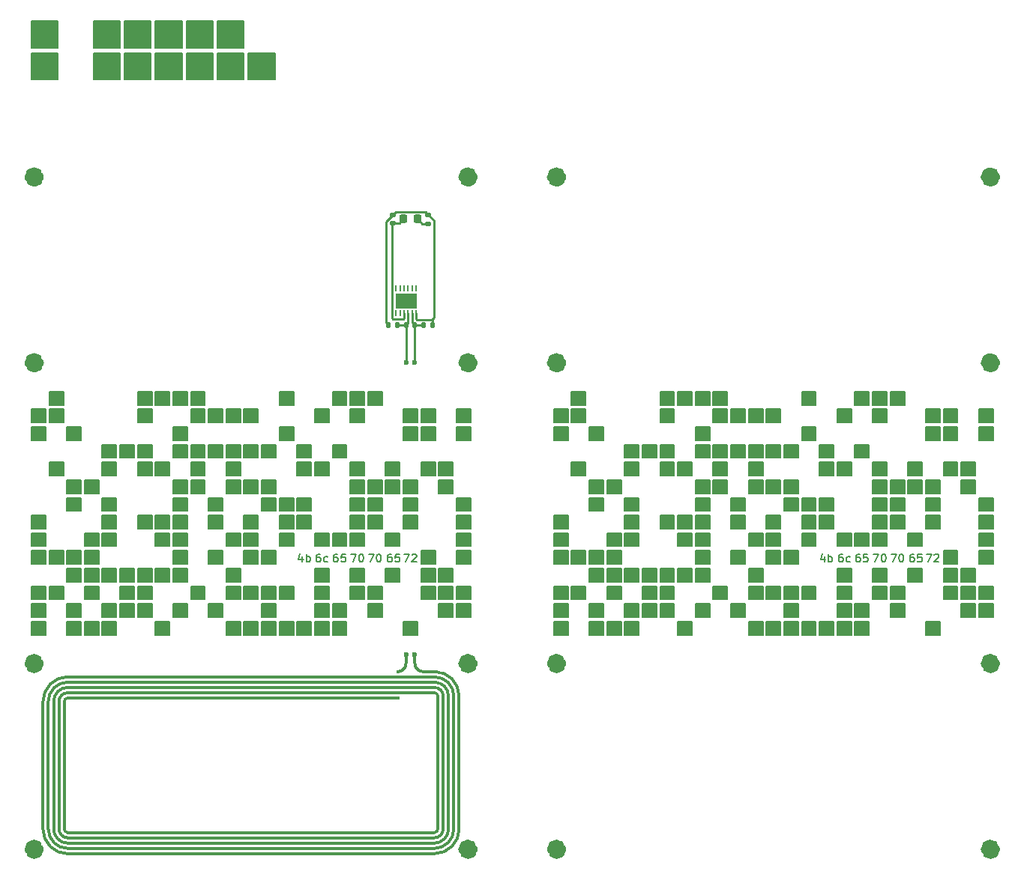
<source format=gtl>
G04 #@! TF.GenerationSoftware,KiCad,Pcbnew,(6.0.7)*
G04 #@! TF.CreationDate,2023-01-11T21:48:02+01:00*
G04 #@! TF.ProjectId,PCBWallet,50434257-616c-46c6-9574-2e6b69636164,rev?*
G04 #@! TF.SameCoordinates,Original*
G04 #@! TF.FileFunction,Copper,L1,Top*
G04 #@! TF.FilePolarity,Positive*
%FSLAX46Y46*%
G04 Gerber Fmt 4.6, Leading zero omitted, Abs format (unit mm)*
G04 Created by KiCad (PCBNEW (6.0.7)) date 2023-01-11 21:48:02*
%MOMM*%
%LPD*%
G01*
G04 APERTURE LIST*
G04 Aperture macros list*
%AMRoundRect*
0 Rectangle with rounded corners*
0 $1 Rounding radius*
0 $2 $3 $4 $5 $6 $7 $8 $9 X,Y pos of 4 corners*
0 Add a 4 corners polygon primitive as box body*
4,1,4,$2,$3,$4,$5,$6,$7,$8,$9,$2,$3,0*
0 Add four circle primitives for the rounded corners*
1,1,$1+$1,$2,$3*
1,1,$1+$1,$4,$5*
1,1,$1+$1,$6,$7*
1,1,$1+$1,$8,$9*
0 Add four rect primitives between the rounded corners*
20,1,$1+$1,$2,$3,$4,$5,0*
20,1,$1+$1,$4,$5,$6,$7,0*
20,1,$1+$1,$6,$7,$8,$9,0*
20,1,$1+$1,$8,$9,$2,$3,0*%
G04 Aperture macros list end*
G04 #@! TA.AperFunction,NonConductor*
%ADD10C,0.200000*%
G04 #@! TD*
G04 #@! TA.AperFunction,NonConductor*
%ADD11C,1.100000*%
G04 #@! TD*
%ADD12C,0.150000*%
G04 #@! TA.AperFunction,NonConductor*
%ADD13C,0.150000*%
G04 #@! TD*
G04 #@! TA.AperFunction,EtchedComponent*
%ADD14C,0.300000*%
G04 #@! TD*
G04 #@! TA.AperFunction,SMDPad,CuDef*
%ADD15RoundRect,0.140000X0.170000X-0.140000X0.170000X0.140000X-0.170000X0.140000X-0.170000X-0.140000X0*%
G04 #@! TD*
G04 #@! TA.AperFunction,SMDPad,CuDef*
%ADD16RoundRect,0.140000X-0.140000X-0.170000X0.140000X-0.170000X0.140000X0.170000X-0.140000X0.170000X0*%
G04 #@! TD*
G04 #@! TA.AperFunction,SMDPad,CuDef*
%ADD17RoundRect,0.218750X0.218750X0.256250X-0.218750X0.256250X-0.218750X-0.256250X0.218750X-0.256250X0*%
G04 #@! TD*
G04 #@! TA.AperFunction,SMDPad,CuDef*
%ADD18R,0.250000X0.700000*%
G04 #@! TD*
G04 #@! TA.AperFunction,SMDPad,CuDef*
%ADD19R,2.380000X1.660000*%
G04 #@! TD*
G04 #@! TA.AperFunction,SMDPad,CuDef*
%ADD20RoundRect,0.135000X0.185000X-0.135000X0.185000X0.135000X-0.185000X0.135000X-0.185000X-0.135000X0*%
G04 #@! TD*
G04 #@! TA.AperFunction,ComponentPad*
%ADD21C,0.400000*%
G04 #@! TD*
G04 #@! TA.AperFunction,SMDPad,CuDef*
%ADD22RoundRect,0.075000X-0.075000X-0.425000X0.075000X-0.425000X0.075000X0.425000X-0.075000X0.425000X0*%
G04 #@! TD*
G04 #@! TA.AperFunction,ViaPad*
%ADD23C,1.200000*%
G04 #@! TD*
G04 #@! TA.AperFunction,ViaPad*
%ADD24C,0.600000*%
G04 #@! TD*
G04 #@! TA.AperFunction,Conductor*
%ADD25C,0.225000*%
G04 #@! TD*
G04 #@! TA.AperFunction,Conductor*
%ADD26C,0.250000*%
G04 #@! TD*
G04 APERTURE END LIST*
D10*
X58000000Y-51000000D02*
X61000000Y-51000000D01*
X61000000Y-51000000D02*
X61000000Y-54000000D01*
X61000000Y-54000000D02*
X58000000Y-54000000D01*
X58000000Y-54000000D02*
X58000000Y-51000000D01*
G36*
X58000000Y-51000000D02*
G01*
X61000000Y-51000000D01*
X61000000Y-54000000D01*
X58000000Y-54000000D01*
X58000000Y-51000000D01*
G37*
X54500000Y-51000000D02*
X57500000Y-51000000D01*
X57500000Y-51000000D02*
X57500000Y-54000000D01*
X57500000Y-54000000D02*
X54500000Y-54000000D01*
X54500000Y-54000000D02*
X54500000Y-51000000D01*
G36*
X54500000Y-51000000D02*
G01*
X57500000Y-51000000D01*
X57500000Y-54000000D01*
X54500000Y-54000000D01*
X54500000Y-51000000D01*
G37*
X47500000Y-51000000D02*
X50500000Y-51000000D01*
X50500000Y-51000000D02*
X50500000Y-54000000D01*
X50500000Y-54000000D02*
X47500000Y-54000000D01*
X47500000Y-54000000D02*
X47500000Y-51000000D01*
G36*
X47500000Y-51000000D02*
G01*
X50500000Y-51000000D01*
X50500000Y-54000000D01*
X47500000Y-54000000D01*
X47500000Y-51000000D01*
G37*
X51000000Y-51000000D02*
X54000000Y-51000000D01*
X54000000Y-51000000D02*
X54000000Y-54000000D01*
X54000000Y-54000000D02*
X51000000Y-54000000D01*
X51000000Y-54000000D02*
X51000000Y-51000000D01*
G36*
X51000000Y-51000000D02*
G01*
X54000000Y-51000000D01*
X54000000Y-54000000D01*
X51000000Y-54000000D01*
X51000000Y-51000000D01*
G37*
X40500000Y-51000000D02*
X43500000Y-51000000D01*
X43500000Y-51000000D02*
X43500000Y-54000000D01*
X43500000Y-54000000D02*
X40500000Y-54000000D01*
X40500000Y-54000000D02*
X40500000Y-51000000D01*
G36*
X40500000Y-51000000D02*
G01*
X43500000Y-51000000D01*
X43500000Y-54000000D01*
X40500000Y-54000000D01*
X40500000Y-51000000D01*
G37*
X44000000Y-51000000D02*
X47000000Y-51000000D01*
X47000000Y-51000000D02*
X47000000Y-54000000D01*
X47000000Y-54000000D02*
X44000000Y-54000000D01*
X44000000Y-54000000D02*
X44000000Y-51000000D01*
G36*
X44000000Y-51000000D02*
G01*
X47000000Y-51000000D01*
X47000000Y-54000000D01*
X44000000Y-54000000D01*
X44000000Y-51000000D01*
G37*
X33500000Y-51000000D02*
X36500000Y-51000000D01*
X36500000Y-51000000D02*
X36500000Y-54000000D01*
X36500000Y-54000000D02*
X33500000Y-54000000D01*
X33500000Y-54000000D02*
X33500000Y-51000000D01*
G36*
X33500000Y-51000000D02*
G01*
X36500000Y-51000000D01*
X36500000Y-54000000D01*
X33500000Y-54000000D01*
X33500000Y-51000000D01*
G37*
X54500000Y-47400000D02*
X57500000Y-47400000D01*
X57500000Y-47400000D02*
X57500000Y-50400000D01*
X57500000Y-50400000D02*
X54500000Y-50400000D01*
X54500000Y-50400000D02*
X54500000Y-47400000D01*
G36*
X54500000Y-47400000D02*
G01*
X57500000Y-47400000D01*
X57500000Y-50400000D01*
X54500000Y-50400000D01*
X54500000Y-47400000D01*
G37*
X51000000Y-47400000D02*
X54000000Y-47400000D01*
X54000000Y-47400000D02*
X54000000Y-50400000D01*
X54000000Y-50400000D02*
X51000000Y-50400000D01*
X51000000Y-50400000D02*
X51000000Y-47400000D01*
G36*
X51000000Y-47400000D02*
G01*
X54000000Y-47400000D01*
X54000000Y-50400000D01*
X51000000Y-50400000D01*
X51000000Y-47400000D01*
G37*
X47500000Y-47400000D02*
X50500000Y-47400000D01*
X50500000Y-47400000D02*
X50500000Y-50400000D01*
X50500000Y-50400000D02*
X47500000Y-50400000D01*
X47500000Y-50400000D02*
X47500000Y-47400000D01*
G36*
X47500000Y-47400000D02*
G01*
X50500000Y-47400000D01*
X50500000Y-50400000D01*
X47500000Y-50400000D01*
X47500000Y-47400000D01*
G37*
X44000000Y-47400000D02*
X47000000Y-47400000D01*
X47000000Y-47400000D02*
X47000000Y-50400000D01*
X47000000Y-50400000D02*
X44000000Y-50400000D01*
X44000000Y-50400000D02*
X44000000Y-47400000D01*
G36*
X44000000Y-47400000D02*
G01*
X47000000Y-47400000D01*
X47000000Y-50400000D01*
X44000000Y-50400000D01*
X44000000Y-47400000D01*
G37*
X40500000Y-47400000D02*
X43500000Y-47400000D01*
X43500000Y-47400000D02*
X43500000Y-50400000D01*
X43500000Y-50400000D02*
X40500000Y-50400000D01*
X40500000Y-50400000D02*
X40500000Y-47400000D01*
G36*
X40500000Y-47400000D02*
G01*
X43500000Y-47400000D01*
X43500000Y-50400000D01*
X40500000Y-50400000D01*
X40500000Y-47400000D01*
G37*
X92500000Y-105250000D02*
X94100000Y-105250000D01*
X94100000Y-105250000D02*
X94100000Y-106750000D01*
X94100000Y-106750000D02*
X92500000Y-106750000D01*
X92500000Y-106750000D02*
X92500000Y-105250000D01*
G36*
X92500000Y-105250000D02*
G01*
X94100000Y-105250000D01*
X94100000Y-106750000D01*
X92500000Y-106750000D01*
X92500000Y-105250000D01*
G37*
X35500000Y-89250000D02*
X37100000Y-89250000D01*
X37100000Y-89250000D02*
X37100000Y-90750000D01*
X37100000Y-90750000D02*
X35500000Y-90750000D01*
X35500000Y-90750000D02*
X35500000Y-89250000D01*
G36*
X35500000Y-89250000D02*
G01*
X37100000Y-89250000D01*
X37100000Y-90750000D01*
X35500000Y-90750000D01*
X35500000Y-89250000D01*
G37*
X102500000Y-111250000D02*
X104100000Y-111250000D01*
X104100000Y-111250000D02*
X104100000Y-112750000D01*
X104100000Y-112750000D02*
X102500000Y-112750000D01*
X102500000Y-112750000D02*
X102500000Y-111250000D01*
G36*
X102500000Y-111250000D02*
G01*
X104100000Y-111250000D01*
X104100000Y-112750000D01*
X102500000Y-112750000D01*
X102500000Y-111250000D01*
G37*
X120500000Y-115250000D02*
X122100000Y-115250000D01*
X122100000Y-115250000D02*
X122100000Y-116750000D01*
X122100000Y-116750000D02*
X120500000Y-116750000D01*
X120500000Y-116750000D02*
X120500000Y-115250000D01*
G36*
X120500000Y-115250000D02*
G01*
X122100000Y-115250000D01*
X122100000Y-116750000D01*
X120500000Y-116750000D01*
X120500000Y-115250000D01*
G37*
X57500000Y-95250000D02*
X59100000Y-95250000D01*
X59100000Y-95250000D02*
X59100000Y-96750000D01*
X59100000Y-96750000D02*
X57500000Y-96750000D01*
X57500000Y-96750000D02*
X57500000Y-95250000D01*
G36*
X57500000Y-95250000D02*
G01*
X59100000Y-95250000D01*
X59100000Y-96750000D01*
X57500000Y-96750000D01*
X57500000Y-95250000D01*
G37*
X108500000Y-109250000D02*
X110100000Y-109250000D01*
X110100000Y-109250000D02*
X110100000Y-110750000D01*
X110100000Y-110750000D02*
X108500000Y-110750000D01*
X108500000Y-110750000D02*
X108500000Y-109250000D01*
G36*
X108500000Y-109250000D02*
G01*
X110100000Y-109250000D01*
X110100000Y-110750000D01*
X108500000Y-110750000D01*
X108500000Y-109250000D01*
G37*
X140500000Y-91250000D02*
X142100000Y-91250000D01*
X142100000Y-91250000D02*
X142100000Y-92750000D01*
X142100000Y-92750000D02*
X140500000Y-92750000D01*
X140500000Y-92750000D02*
X140500000Y-91250000D01*
G36*
X140500000Y-91250000D02*
G01*
X142100000Y-91250000D01*
X142100000Y-92750000D01*
X140500000Y-92750000D01*
X140500000Y-91250000D01*
G37*
X69500000Y-99250000D02*
X71100000Y-99250000D01*
X71100000Y-99250000D02*
X71100000Y-100750000D01*
X71100000Y-100750000D02*
X69500000Y-100750000D01*
X69500000Y-100750000D02*
X69500000Y-99250000D01*
G36*
X69500000Y-99250000D02*
G01*
X71100000Y-99250000D01*
X71100000Y-100750000D01*
X69500000Y-100750000D01*
X69500000Y-99250000D01*
G37*
X61500000Y-115250000D02*
X63100000Y-115250000D01*
X63100000Y-115250000D02*
X63100000Y-116750000D01*
X63100000Y-116750000D02*
X61500000Y-116750000D01*
X61500000Y-116750000D02*
X61500000Y-115250000D01*
G36*
X61500000Y-115250000D02*
G01*
X63100000Y-115250000D01*
X63100000Y-116750000D01*
X61500000Y-116750000D01*
X61500000Y-115250000D01*
G37*
D11*
X83350000Y-120000000D02*
G75*
G03*
X83350000Y-120000000I-550000J0D01*
G01*
D10*
X77500000Y-109250000D02*
X79100000Y-109250000D01*
X79100000Y-109250000D02*
X79100000Y-110750000D01*
X79100000Y-110750000D02*
X77500000Y-110750000D01*
X77500000Y-110750000D02*
X77500000Y-109250000D01*
G36*
X77500000Y-109250000D02*
G01*
X79100000Y-109250000D01*
X79100000Y-110750000D01*
X77500000Y-110750000D01*
X77500000Y-109250000D01*
G37*
X57500000Y-107250000D02*
X59100000Y-107250000D01*
X59100000Y-107250000D02*
X59100000Y-108750000D01*
X59100000Y-108750000D02*
X57500000Y-108750000D01*
X57500000Y-108750000D02*
X57500000Y-107250000D01*
G36*
X57500000Y-107250000D02*
G01*
X59100000Y-107250000D01*
X59100000Y-108750000D01*
X57500000Y-108750000D01*
X57500000Y-107250000D01*
G37*
X110500000Y-91250000D02*
X112100000Y-91250000D01*
X112100000Y-91250000D02*
X112100000Y-92750000D01*
X112100000Y-92750000D02*
X110500000Y-92750000D01*
X110500000Y-92750000D02*
X110500000Y-91250000D01*
G36*
X110500000Y-91250000D02*
G01*
X112100000Y-91250000D01*
X112100000Y-92750000D01*
X110500000Y-92750000D01*
X110500000Y-91250000D01*
G37*
X45500000Y-111250000D02*
X47100000Y-111250000D01*
X47100000Y-111250000D02*
X47100000Y-112750000D01*
X47100000Y-112750000D02*
X45500000Y-112750000D01*
X45500000Y-112750000D02*
X45500000Y-111250000D01*
G36*
X45500000Y-111250000D02*
G01*
X47100000Y-111250000D01*
X47100000Y-112750000D01*
X45500000Y-112750000D01*
X45500000Y-111250000D01*
G37*
X55500000Y-111250000D02*
X57100000Y-111250000D01*
X57100000Y-111250000D02*
X57100000Y-112750000D01*
X57100000Y-112750000D02*
X55500000Y-112750000D01*
X55500000Y-112750000D02*
X55500000Y-111250000D01*
G36*
X55500000Y-111250000D02*
G01*
X57100000Y-111250000D01*
X57100000Y-112750000D01*
X55500000Y-112750000D01*
X55500000Y-111250000D01*
G37*
X53500000Y-101250000D02*
X55100000Y-101250000D01*
X55100000Y-101250000D02*
X55100000Y-102750000D01*
X55100000Y-102750000D02*
X53500000Y-102750000D01*
X53500000Y-102750000D02*
X53500000Y-101250000D01*
G36*
X53500000Y-101250000D02*
G01*
X55100000Y-101250000D01*
X55100000Y-102750000D01*
X53500000Y-102750000D01*
X53500000Y-101250000D01*
G37*
X122500000Y-97250000D02*
X124100000Y-97250000D01*
X124100000Y-97250000D02*
X124100000Y-98750000D01*
X124100000Y-98750000D02*
X122500000Y-98750000D01*
X122500000Y-98750000D02*
X122500000Y-97250000D01*
G36*
X122500000Y-97250000D02*
G01*
X124100000Y-97250000D01*
X124100000Y-98750000D01*
X122500000Y-98750000D01*
X122500000Y-97250000D01*
G37*
X102500000Y-113250000D02*
X104100000Y-113250000D01*
X104100000Y-113250000D02*
X104100000Y-114750000D01*
X104100000Y-114750000D02*
X102500000Y-114750000D01*
X102500000Y-114750000D02*
X102500000Y-113250000D01*
G36*
X102500000Y-113250000D02*
G01*
X104100000Y-113250000D01*
X104100000Y-114750000D01*
X102500000Y-114750000D01*
X102500000Y-113250000D01*
G37*
X108500000Y-89250000D02*
X110100000Y-89250000D01*
X110100000Y-89250000D02*
X110100000Y-90750000D01*
X110100000Y-90750000D02*
X108500000Y-90750000D01*
X108500000Y-90750000D02*
X108500000Y-89250000D01*
G36*
X108500000Y-89250000D02*
G01*
X110100000Y-89250000D01*
X110100000Y-90750000D01*
X108500000Y-90750000D01*
X108500000Y-89250000D01*
G37*
X55500000Y-109250000D02*
X57100000Y-109250000D01*
X57100000Y-109250000D02*
X57100000Y-110750000D01*
X57100000Y-110750000D02*
X55500000Y-110750000D01*
X55500000Y-110750000D02*
X55500000Y-109250000D01*
G36*
X55500000Y-109250000D02*
G01*
X57100000Y-109250000D01*
X57100000Y-110750000D01*
X55500000Y-110750000D01*
X55500000Y-109250000D01*
G37*
X100500000Y-113250000D02*
X102100000Y-113250000D01*
X102100000Y-113250000D02*
X102100000Y-114750000D01*
X102100000Y-114750000D02*
X100500000Y-114750000D01*
X100500000Y-114750000D02*
X100500000Y-113250000D01*
G36*
X100500000Y-113250000D02*
G01*
X102100000Y-113250000D01*
X102100000Y-114750000D01*
X100500000Y-114750000D01*
X100500000Y-113250000D01*
G37*
X55500000Y-99250000D02*
X57100000Y-99250000D01*
X57100000Y-99250000D02*
X57100000Y-100750000D01*
X57100000Y-100750000D02*
X55500000Y-100750000D01*
X55500000Y-100750000D02*
X55500000Y-99250000D01*
G36*
X55500000Y-99250000D02*
G01*
X57100000Y-99250000D01*
X57100000Y-100750000D01*
X55500000Y-100750000D01*
X55500000Y-99250000D01*
G37*
X106500000Y-89250000D02*
X108100000Y-89250000D01*
X108100000Y-89250000D02*
X108100000Y-90750000D01*
X108100000Y-90750000D02*
X106500000Y-90750000D01*
X106500000Y-90750000D02*
X106500000Y-89250000D01*
G36*
X106500000Y-89250000D02*
G01*
X108100000Y-89250000D01*
X108100000Y-90750000D01*
X106500000Y-90750000D01*
X106500000Y-89250000D01*
G37*
X57500000Y-99250000D02*
X59100000Y-99250000D01*
X59100000Y-99250000D02*
X59100000Y-100750000D01*
X59100000Y-100750000D02*
X57500000Y-100750000D01*
X57500000Y-100750000D02*
X57500000Y-99250000D01*
G36*
X57500000Y-99250000D02*
G01*
X59100000Y-99250000D01*
X59100000Y-100750000D01*
X57500000Y-100750000D01*
X57500000Y-99250000D01*
G37*
X59500000Y-101250000D02*
X61100000Y-101250000D01*
X61100000Y-101250000D02*
X61100000Y-102750000D01*
X61100000Y-102750000D02*
X59500000Y-102750000D01*
X59500000Y-102750000D02*
X59500000Y-101250000D01*
G36*
X59500000Y-101250000D02*
G01*
X61100000Y-101250000D01*
X61100000Y-102750000D01*
X59500000Y-102750000D01*
X59500000Y-101250000D01*
G37*
X81500000Y-93250000D02*
X83100000Y-93250000D01*
X83100000Y-93250000D02*
X83100000Y-94750000D01*
X83100000Y-94750000D02*
X81500000Y-94750000D01*
X81500000Y-94750000D02*
X81500000Y-93250000D01*
G36*
X81500000Y-93250000D02*
G01*
X83100000Y-93250000D01*
X83100000Y-94750000D01*
X81500000Y-94750000D01*
X81500000Y-93250000D01*
G37*
X81500000Y-111250000D02*
X83100000Y-111250000D01*
X83100000Y-111250000D02*
X83100000Y-112750000D01*
X83100000Y-112750000D02*
X81500000Y-112750000D01*
X81500000Y-112750000D02*
X81500000Y-111250000D01*
G36*
X81500000Y-111250000D02*
G01*
X83100000Y-111250000D01*
X83100000Y-112750000D01*
X81500000Y-112750000D01*
X81500000Y-111250000D01*
G37*
X71500000Y-103250000D02*
X73100000Y-103250000D01*
X73100000Y-103250000D02*
X73100000Y-104750000D01*
X73100000Y-104750000D02*
X71500000Y-104750000D01*
X71500000Y-104750000D02*
X71500000Y-103250000D01*
G36*
X71500000Y-103250000D02*
G01*
X73100000Y-103250000D01*
X73100000Y-104750000D01*
X71500000Y-104750000D01*
X71500000Y-103250000D01*
G37*
X108500000Y-105250000D02*
X110100000Y-105250000D01*
X110100000Y-105250000D02*
X110100000Y-106750000D01*
X110100000Y-106750000D02*
X108500000Y-106750000D01*
X108500000Y-106750000D02*
X108500000Y-105250000D01*
G36*
X108500000Y-105250000D02*
G01*
X110100000Y-105250000D01*
X110100000Y-106750000D01*
X108500000Y-106750000D01*
X108500000Y-105250000D01*
G37*
X128500000Y-91250000D02*
X130100000Y-91250000D01*
X130100000Y-91250000D02*
X130100000Y-92750000D01*
X130100000Y-92750000D02*
X128500000Y-92750000D01*
X128500000Y-92750000D02*
X128500000Y-91250000D01*
G36*
X128500000Y-91250000D02*
G01*
X130100000Y-91250000D01*
X130100000Y-92750000D01*
X128500000Y-92750000D01*
X128500000Y-91250000D01*
G37*
X81500000Y-103250000D02*
X83100000Y-103250000D01*
X83100000Y-103250000D02*
X83100000Y-104750000D01*
X83100000Y-104750000D02*
X81500000Y-104750000D01*
X81500000Y-104750000D02*
X81500000Y-103250000D01*
G36*
X81500000Y-103250000D02*
G01*
X83100000Y-103250000D01*
X83100000Y-104750000D01*
X81500000Y-104750000D01*
X81500000Y-103250000D01*
G37*
X116500000Y-115250000D02*
X118100000Y-115250000D01*
X118100000Y-115250000D02*
X118100000Y-116750000D01*
X118100000Y-116750000D02*
X116500000Y-116750000D01*
X116500000Y-116750000D02*
X116500000Y-115250000D01*
G36*
X116500000Y-115250000D02*
G01*
X118100000Y-115250000D01*
X118100000Y-116750000D01*
X116500000Y-116750000D01*
X116500000Y-115250000D01*
G37*
X140500000Y-93250000D02*
X142100000Y-93250000D01*
X142100000Y-93250000D02*
X142100000Y-94750000D01*
X142100000Y-94750000D02*
X140500000Y-94750000D01*
X140500000Y-94750000D02*
X140500000Y-93250000D01*
G36*
X140500000Y-93250000D02*
G01*
X142100000Y-93250000D01*
X142100000Y-94750000D01*
X140500000Y-94750000D01*
X140500000Y-93250000D01*
G37*
X65500000Y-113250000D02*
X67100000Y-113250000D01*
X67100000Y-113250000D02*
X67100000Y-114750000D01*
X67100000Y-114750000D02*
X65500000Y-114750000D01*
X65500000Y-114750000D02*
X65500000Y-113250000D01*
G36*
X65500000Y-113250000D02*
G01*
X67100000Y-113250000D01*
X67100000Y-114750000D01*
X65500000Y-114750000D01*
X65500000Y-113250000D01*
G37*
X118500000Y-111250000D02*
X120100000Y-111250000D01*
X120100000Y-111250000D02*
X120100000Y-112750000D01*
X120100000Y-112750000D02*
X118500000Y-112750000D01*
X118500000Y-112750000D02*
X118500000Y-111250000D01*
G36*
X118500000Y-111250000D02*
G01*
X120100000Y-111250000D01*
X120100000Y-112750000D01*
X118500000Y-112750000D01*
X118500000Y-111250000D01*
G37*
X108500000Y-95250000D02*
X110100000Y-95250000D01*
X110100000Y-95250000D02*
X110100000Y-96750000D01*
X110100000Y-96750000D02*
X108500000Y-96750000D01*
X108500000Y-96750000D02*
X108500000Y-95250000D01*
G36*
X108500000Y-95250000D02*
G01*
X110100000Y-95250000D01*
X110100000Y-96750000D01*
X108500000Y-96750000D01*
X108500000Y-95250000D01*
G37*
X59500000Y-107250000D02*
X61100000Y-107250000D01*
X61100000Y-107250000D02*
X61100000Y-108750000D01*
X61100000Y-108750000D02*
X59500000Y-108750000D01*
X59500000Y-108750000D02*
X59500000Y-107250000D01*
G36*
X59500000Y-107250000D02*
G01*
X61100000Y-107250000D01*
X61100000Y-108750000D01*
X59500000Y-108750000D01*
X59500000Y-107250000D01*
G37*
X61500000Y-105250000D02*
X63100000Y-105250000D01*
X63100000Y-105250000D02*
X63100000Y-106750000D01*
X63100000Y-106750000D02*
X61500000Y-106750000D01*
X61500000Y-106750000D02*
X61500000Y-105250000D01*
G36*
X61500000Y-105250000D02*
G01*
X63100000Y-105250000D01*
X63100000Y-106750000D01*
X61500000Y-106750000D01*
X61500000Y-105250000D01*
G37*
X92500000Y-111250000D02*
X94100000Y-111250000D01*
X94100000Y-111250000D02*
X94100000Y-112750000D01*
X94100000Y-112750000D02*
X92500000Y-112750000D01*
X92500000Y-112750000D02*
X92500000Y-111250000D01*
G36*
X92500000Y-111250000D02*
G01*
X94100000Y-111250000D01*
X94100000Y-112750000D01*
X92500000Y-112750000D01*
X92500000Y-111250000D01*
G37*
X55500000Y-95250000D02*
X57100000Y-95250000D01*
X57100000Y-95250000D02*
X57100000Y-96750000D01*
X57100000Y-96750000D02*
X55500000Y-96750000D01*
X55500000Y-96750000D02*
X55500000Y-95250000D01*
G36*
X55500000Y-95250000D02*
G01*
X57100000Y-95250000D01*
X57100000Y-96750000D01*
X55500000Y-96750000D01*
X55500000Y-95250000D01*
G37*
X100500000Y-97250000D02*
X102100000Y-97250000D01*
X102100000Y-97250000D02*
X102100000Y-98750000D01*
X102100000Y-98750000D02*
X100500000Y-98750000D01*
X100500000Y-98750000D02*
X100500000Y-97250000D01*
G36*
X100500000Y-97250000D02*
G01*
X102100000Y-97250000D01*
X102100000Y-98750000D01*
X100500000Y-98750000D01*
X100500000Y-97250000D01*
G37*
X138500000Y-97250000D02*
X140100000Y-97250000D01*
X140100000Y-97250000D02*
X140100000Y-98750000D01*
X140100000Y-98750000D02*
X138500000Y-98750000D01*
X138500000Y-98750000D02*
X138500000Y-97250000D01*
G36*
X138500000Y-97250000D02*
G01*
X140100000Y-97250000D01*
X140100000Y-98750000D01*
X138500000Y-98750000D01*
X138500000Y-97250000D01*
G37*
X69500000Y-105250000D02*
X71100000Y-105250000D01*
X71100000Y-105250000D02*
X71100000Y-106750000D01*
X71100000Y-106750000D02*
X69500000Y-106750000D01*
X69500000Y-106750000D02*
X69500000Y-105250000D01*
G36*
X69500000Y-105250000D02*
G01*
X71100000Y-105250000D01*
X71100000Y-106750000D01*
X69500000Y-106750000D01*
X69500000Y-105250000D01*
G37*
X53500000Y-95250000D02*
X55100000Y-95250000D01*
X55100000Y-95250000D02*
X55100000Y-96750000D01*
X55100000Y-96750000D02*
X53500000Y-96750000D01*
X53500000Y-96750000D02*
X53500000Y-95250000D01*
G36*
X53500000Y-95250000D02*
G01*
X55100000Y-95250000D01*
X55100000Y-96750000D01*
X53500000Y-96750000D01*
X53500000Y-95250000D01*
G37*
D11*
X142350000Y-141000000D02*
G75*
G03*
X142350000Y-141000000I-550000J0D01*
G01*
D10*
X59500000Y-99250000D02*
X61100000Y-99250000D01*
X61100000Y-99250000D02*
X61100000Y-100750000D01*
X61100000Y-100750000D02*
X59500000Y-100750000D01*
X59500000Y-100750000D02*
X59500000Y-99250000D01*
G36*
X59500000Y-99250000D02*
G01*
X61100000Y-99250000D01*
X61100000Y-100750000D01*
X59500000Y-100750000D01*
X59500000Y-99250000D01*
G37*
X108500000Y-107250000D02*
X110100000Y-107250000D01*
X110100000Y-107250000D02*
X110100000Y-108750000D01*
X110100000Y-108750000D02*
X108500000Y-108750000D01*
X108500000Y-108750000D02*
X108500000Y-107250000D01*
G36*
X108500000Y-107250000D02*
G01*
X110100000Y-107250000D01*
X110100000Y-108750000D01*
X108500000Y-108750000D01*
X108500000Y-107250000D01*
G37*
X41500000Y-115250000D02*
X43100000Y-115250000D01*
X43100000Y-115250000D02*
X43100000Y-116750000D01*
X43100000Y-116750000D02*
X41500000Y-116750000D01*
X41500000Y-116750000D02*
X41500000Y-115250000D01*
G36*
X41500000Y-115250000D02*
G01*
X43100000Y-115250000D01*
X43100000Y-116750000D01*
X41500000Y-116750000D01*
X41500000Y-115250000D01*
G37*
X37500000Y-107250000D02*
X39100000Y-107250000D01*
X39100000Y-107250000D02*
X39100000Y-108750000D01*
X39100000Y-108750000D02*
X37500000Y-108750000D01*
X37500000Y-108750000D02*
X37500000Y-107250000D01*
G36*
X37500000Y-107250000D02*
G01*
X39100000Y-107250000D01*
X39100000Y-108750000D01*
X37500000Y-108750000D01*
X37500000Y-107250000D01*
G37*
X65500000Y-91250000D02*
X67100000Y-91250000D01*
X67100000Y-91250000D02*
X67100000Y-92750000D01*
X67100000Y-92750000D02*
X65500000Y-92750000D01*
X65500000Y-92750000D02*
X65500000Y-91250000D01*
G36*
X65500000Y-91250000D02*
G01*
X67100000Y-91250000D01*
X67100000Y-92750000D01*
X65500000Y-92750000D01*
X65500000Y-91250000D01*
G37*
X51500000Y-95250000D02*
X53100000Y-95250000D01*
X53100000Y-95250000D02*
X53100000Y-96750000D01*
X53100000Y-96750000D02*
X51500000Y-96750000D01*
X51500000Y-96750000D02*
X51500000Y-95250000D01*
G36*
X51500000Y-95250000D02*
G01*
X53100000Y-95250000D01*
X53100000Y-96750000D01*
X51500000Y-96750000D01*
X51500000Y-95250000D01*
G37*
X33500000Y-111250000D02*
X35100000Y-111250000D01*
X35100000Y-111250000D02*
X35100000Y-112750000D01*
X35100000Y-112750000D02*
X33500000Y-112750000D01*
X33500000Y-112750000D02*
X33500000Y-111250000D01*
G36*
X33500000Y-111250000D02*
G01*
X35100000Y-111250000D01*
X35100000Y-112750000D01*
X33500000Y-112750000D01*
X33500000Y-111250000D01*
G37*
X79500000Y-99250000D02*
X81100000Y-99250000D01*
X81100000Y-99250000D02*
X81100000Y-100750000D01*
X81100000Y-100750000D02*
X79500000Y-100750000D01*
X79500000Y-100750000D02*
X79500000Y-99250000D01*
G36*
X79500000Y-99250000D02*
G01*
X81100000Y-99250000D01*
X81100000Y-100750000D01*
X79500000Y-100750000D01*
X79500000Y-99250000D01*
G37*
X118500000Y-113250000D02*
X120100000Y-113250000D01*
X120100000Y-113250000D02*
X120100000Y-114750000D01*
X120100000Y-114750000D02*
X118500000Y-114750000D01*
X118500000Y-114750000D02*
X118500000Y-113250000D01*
G36*
X118500000Y-113250000D02*
G01*
X120100000Y-113250000D01*
X120100000Y-114750000D01*
X118500000Y-114750000D01*
X118500000Y-113250000D01*
G37*
X79500000Y-113250000D02*
X81100000Y-113250000D01*
X81100000Y-113250000D02*
X81100000Y-114750000D01*
X81100000Y-114750000D02*
X79500000Y-114750000D01*
X79500000Y-114750000D02*
X79500000Y-113250000D01*
G36*
X79500000Y-113250000D02*
G01*
X81100000Y-113250000D01*
X81100000Y-114750000D01*
X79500000Y-114750000D01*
X79500000Y-113250000D01*
G37*
X47500000Y-109250000D02*
X49100000Y-109250000D01*
X49100000Y-109250000D02*
X49100000Y-110750000D01*
X49100000Y-110750000D02*
X47500000Y-110750000D01*
X47500000Y-110750000D02*
X47500000Y-109250000D01*
G36*
X47500000Y-109250000D02*
G01*
X49100000Y-109250000D01*
X49100000Y-110750000D01*
X47500000Y-110750000D01*
X47500000Y-109250000D01*
G37*
X132500000Y-97250000D02*
X134100000Y-97250000D01*
X134100000Y-97250000D02*
X134100000Y-98750000D01*
X134100000Y-98750000D02*
X132500000Y-98750000D01*
X132500000Y-98750000D02*
X132500000Y-97250000D01*
G36*
X132500000Y-97250000D02*
G01*
X134100000Y-97250000D01*
X134100000Y-98750000D01*
X132500000Y-98750000D01*
X132500000Y-97250000D01*
G37*
X116500000Y-95250000D02*
X118100000Y-95250000D01*
X118100000Y-95250000D02*
X118100000Y-96750000D01*
X118100000Y-96750000D02*
X116500000Y-96750000D01*
X116500000Y-96750000D02*
X116500000Y-95250000D01*
G36*
X116500000Y-95250000D02*
G01*
X118100000Y-95250000D01*
X118100000Y-96750000D01*
X116500000Y-96750000D01*
X116500000Y-95250000D01*
G37*
X126500000Y-105250000D02*
X128100000Y-105250000D01*
X128100000Y-105250000D02*
X128100000Y-106750000D01*
X128100000Y-106750000D02*
X126500000Y-106750000D01*
X126500000Y-106750000D02*
X126500000Y-105250000D01*
G36*
X126500000Y-105250000D02*
G01*
X128100000Y-105250000D01*
X128100000Y-106750000D01*
X126500000Y-106750000D01*
X126500000Y-105250000D01*
G37*
X96500000Y-93250000D02*
X98100000Y-93250000D01*
X98100000Y-93250000D02*
X98100000Y-94750000D01*
X98100000Y-94750000D02*
X96500000Y-94750000D01*
X96500000Y-94750000D02*
X96500000Y-93250000D01*
G36*
X96500000Y-93250000D02*
G01*
X98100000Y-93250000D01*
X98100000Y-94750000D01*
X96500000Y-94750000D01*
X96500000Y-93250000D01*
G37*
X98500000Y-99250000D02*
X100100000Y-99250000D01*
X100100000Y-99250000D02*
X100100000Y-100750000D01*
X100100000Y-100750000D02*
X98500000Y-100750000D01*
X98500000Y-100750000D02*
X98500000Y-99250000D01*
G36*
X98500000Y-99250000D02*
G01*
X100100000Y-99250000D01*
X100100000Y-100750000D01*
X98500000Y-100750000D01*
X98500000Y-99250000D01*
G37*
X55500000Y-105250000D02*
X57100000Y-105250000D01*
X57100000Y-105250000D02*
X57100000Y-106750000D01*
X57100000Y-106750000D02*
X55500000Y-106750000D01*
X55500000Y-106750000D02*
X55500000Y-105250000D01*
G36*
X55500000Y-105250000D02*
G01*
X57100000Y-105250000D01*
X57100000Y-106750000D01*
X55500000Y-106750000D01*
X55500000Y-105250000D01*
G37*
X57500000Y-91250000D02*
X59100000Y-91250000D01*
X59100000Y-91250000D02*
X59100000Y-92750000D01*
X59100000Y-92750000D02*
X57500000Y-92750000D01*
X57500000Y-92750000D02*
X57500000Y-91250000D01*
G36*
X57500000Y-91250000D02*
G01*
X59100000Y-91250000D01*
X59100000Y-92750000D01*
X57500000Y-92750000D01*
X57500000Y-91250000D01*
G37*
X104500000Y-103250000D02*
X106100000Y-103250000D01*
X106100000Y-103250000D02*
X106100000Y-104750000D01*
X106100000Y-104750000D02*
X104500000Y-104750000D01*
X104500000Y-104750000D02*
X104500000Y-103250000D01*
G36*
X104500000Y-103250000D02*
G01*
X106100000Y-103250000D01*
X106100000Y-104750000D01*
X104500000Y-104750000D01*
X104500000Y-103250000D01*
G37*
X61500000Y-93250000D02*
X63100000Y-93250000D01*
X63100000Y-93250000D02*
X63100000Y-94750000D01*
X63100000Y-94750000D02*
X61500000Y-94750000D01*
X61500000Y-94750000D02*
X61500000Y-93250000D01*
G36*
X61500000Y-93250000D02*
G01*
X63100000Y-93250000D01*
X63100000Y-94750000D01*
X61500000Y-94750000D01*
X61500000Y-93250000D01*
G37*
X136500000Y-107250000D02*
X138100000Y-107250000D01*
X138100000Y-107250000D02*
X138100000Y-108750000D01*
X138100000Y-108750000D02*
X136500000Y-108750000D01*
X136500000Y-108750000D02*
X136500000Y-107250000D01*
G36*
X136500000Y-107250000D02*
G01*
X138100000Y-107250000D01*
X138100000Y-108750000D01*
X136500000Y-108750000D01*
X136500000Y-107250000D01*
G37*
X138500000Y-109250000D02*
X140100000Y-109250000D01*
X140100000Y-109250000D02*
X140100000Y-110750000D01*
X140100000Y-110750000D02*
X138500000Y-110750000D01*
X138500000Y-110750000D02*
X138500000Y-109250000D01*
G36*
X138500000Y-109250000D02*
G01*
X140100000Y-109250000D01*
X140100000Y-110750000D01*
X138500000Y-110750000D01*
X138500000Y-109250000D01*
G37*
X136500000Y-97250000D02*
X138100000Y-97250000D01*
X138100000Y-97250000D02*
X138100000Y-98750000D01*
X138100000Y-98750000D02*
X136500000Y-98750000D01*
X136500000Y-98750000D02*
X136500000Y-97250000D01*
G36*
X136500000Y-97250000D02*
G01*
X138100000Y-97250000D01*
X138100000Y-98750000D01*
X136500000Y-98750000D01*
X136500000Y-97250000D01*
G37*
X47500000Y-97250000D02*
X49100000Y-97250000D01*
X49100000Y-97250000D02*
X49100000Y-98750000D01*
X49100000Y-98750000D02*
X47500000Y-98750000D01*
X47500000Y-98750000D02*
X47500000Y-97250000D01*
G36*
X47500000Y-97250000D02*
G01*
X49100000Y-97250000D01*
X49100000Y-98750000D01*
X47500000Y-98750000D01*
X47500000Y-97250000D01*
G37*
X59500000Y-111250000D02*
X61100000Y-111250000D01*
X61100000Y-111250000D02*
X61100000Y-112750000D01*
X61100000Y-112750000D02*
X59500000Y-112750000D01*
X59500000Y-112750000D02*
X59500000Y-111250000D01*
G36*
X59500000Y-111250000D02*
G01*
X61100000Y-111250000D01*
X61100000Y-112750000D01*
X59500000Y-112750000D01*
X59500000Y-111250000D01*
G37*
X100500000Y-101250000D02*
X102100000Y-101250000D01*
X102100000Y-101250000D02*
X102100000Y-102750000D01*
X102100000Y-102750000D02*
X100500000Y-102750000D01*
X100500000Y-102750000D02*
X100500000Y-101250000D01*
G36*
X100500000Y-101250000D02*
G01*
X102100000Y-101250000D01*
X102100000Y-102750000D01*
X100500000Y-102750000D01*
X100500000Y-101250000D01*
G37*
X73500000Y-99250000D02*
X75100000Y-99250000D01*
X75100000Y-99250000D02*
X75100000Y-100750000D01*
X75100000Y-100750000D02*
X73500000Y-100750000D01*
X73500000Y-100750000D02*
X73500000Y-99250000D01*
G36*
X73500000Y-99250000D02*
G01*
X75100000Y-99250000D01*
X75100000Y-100750000D01*
X73500000Y-100750000D01*
X73500000Y-99250000D01*
G37*
X98500000Y-107250000D02*
X100100000Y-107250000D01*
X100100000Y-107250000D02*
X100100000Y-108750000D01*
X100100000Y-108750000D02*
X98500000Y-108750000D01*
X98500000Y-108750000D02*
X98500000Y-107250000D01*
G36*
X98500000Y-107250000D02*
G01*
X100100000Y-107250000D01*
X100100000Y-108750000D01*
X98500000Y-108750000D01*
X98500000Y-107250000D01*
G37*
X61500000Y-111250000D02*
X63100000Y-111250000D01*
X63100000Y-111250000D02*
X63100000Y-112750000D01*
X63100000Y-112750000D02*
X61500000Y-112750000D01*
X61500000Y-112750000D02*
X61500000Y-111250000D01*
G36*
X61500000Y-111250000D02*
G01*
X63100000Y-111250000D01*
X63100000Y-112750000D01*
X61500000Y-112750000D01*
X61500000Y-111250000D01*
G37*
X110500000Y-111250000D02*
X112100000Y-111250000D01*
X112100000Y-111250000D02*
X112100000Y-112750000D01*
X112100000Y-112750000D02*
X110500000Y-112750000D01*
X110500000Y-112750000D02*
X110500000Y-111250000D01*
G36*
X110500000Y-111250000D02*
G01*
X112100000Y-111250000D01*
X112100000Y-112750000D01*
X110500000Y-112750000D01*
X110500000Y-111250000D01*
G37*
X79500000Y-109250000D02*
X81100000Y-109250000D01*
X81100000Y-109250000D02*
X81100000Y-110750000D01*
X81100000Y-110750000D02*
X79500000Y-110750000D01*
X79500000Y-110750000D02*
X79500000Y-109250000D01*
G36*
X79500000Y-109250000D02*
G01*
X81100000Y-109250000D01*
X81100000Y-110750000D01*
X79500000Y-110750000D01*
X79500000Y-109250000D01*
G37*
D11*
X83350000Y-86000000D02*
G75*
G03*
X83350000Y-86000000I-550000J0D01*
G01*
D10*
X57500000Y-111250000D02*
X59100000Y-111250000D01*
X59100000Y-111250000D02*
X59100000Y-112750000D01*
X59100000Y-112750000D02*
X57500000Y-112750000D01*
X57500000Y-112750000D02*
X57500000Y-111250000D01*
G36*
X57500000Y-111250000D02*
G01*
X59100000Y-111250000D01*
X59100000Y-112750000D01*
X57500000Y-112750000D01*
X57500000Y-111250000D01*
G37*
X94500000Y-89250000D02*
X96100000Y-89250000D01*
X96100000Y-89250000D02*
X96100000Y-90750000D01*
X96100000Y-90750000D02*
X94500000Y-90750000D01*
X94500000Y-90750000D02*
X94500000Y-89250000D01*
G36*
X94500000Y-89250000D02*
G01*
X96100000Y-89250000D01*
X96100000Y-90750000D01*
X94500000Y-90750000D01*
X94500000Y-89250000D01*
G37*
X39500000Y-105250000D02*
X41100000Y-105250000D01*
X41100000Y-105250000D02*
X41100000Y-106750000D01*
X41100000Y-106750000D02*
X39500000Y-106750000D01*
X39500000Y-106750000D02*
X39500000Y-105250000D01*
G36*
X39500000Y-105250000D02*
G01*
X41100000Y-105250000D01*
X41100000Y-106750000D01*
X39500000Y-106750000D01*
X39500000Y-105250000D01*
G37*
X130500000Y-111250000D02*
X132100000Y-111250000D01*
X132100000Y-111250000D02*
X132100000Y-112750000D01*
X132100000Y-112750000D02*
X130500000Y-112750000D01*
X130500000Y-112750000D02*
X130500000Y-111250000D01*
G36*
X130500000Y-111250000D02*
G01*
X132100000Y-111250000D01*
X132100000Y-112750000D01*
X130500000Y-112750000D01*
X130500000Y-111250000D01*
G37*
X75500000Y-115250000D02*
X77100000Y-115250000D01*
X77100000Y-115250000D02*
X77100000Y-116750000D01*
X77100000Y-116750000D02*
X75500000Y-116750000D01*
X75500000Y-116750000D02*
X75500000Y-115250000D01*
G36*
X75500000Y-115250000D02*
G01*
X77100000Y-115250000D01*
X77100000Y-116750000D01*
X75500000Y-116750000D01*
X75500000Y-115250000D01*
G37*
X112500000Y-95250000D02*
X114100000Y-95250000D01*
X114100000Y-95250000D02*
X114100000Y-96750000D01*
X114100000Y-96750000D02*
X112500000Y-96750000D01*
X112500000Y-96750000D02*
X112500000Y-95250000D01*
G36*
X112500000Y-95250000D02*
G01*
X114100000Y-95250000D01*
X114100000Y-96750000D01*
X112500000Y-96750000D01*
X112500000Y-95250000D01*
G37*
X134500000Y-99250000D02*
X136100000Y-99250000D01*
X136100000Y-99250000D02*
X136100000Y-100750000D01*
X136100000Y-100750000D02*
X134500000Y-100750000D01*
X134500000Y-100750000D02*
X134500000Y-99250000D01*
G36*
X134500000Y-99250000D02*
G01*
X136100000Y-99250000D01*
X136100000Y-100750000D01*
X134500000Y-100750000D01*
X134500000Y-99250000D01*
G37*
X114500000Y-111250000D02*
X116100000Y-111250000D01*
X116100000Y-111250000D02*
X116100000Y-112750000D01*
X116100000Y-112750000D02*
X114500000Y-112750000D01*
X114500000Y-112750000D02*
X114500000Y-111250000D01*
G36*
X114500000Y-111250000D02*
G01*
X116100000Y-111250000D01*
X116100000Y-112750000D01*
X114500000Y-112750000D01*
X114500000Y-111250000D01*
G37*
X35500000Y-97250000D02*
X37100000Y-97250000D01*
X37100000Y-97250000D02*
X37100000Y-98750000D01*
X37100000Y-98750000D02*
X35500000Y-98750000D01*
X35500000Y-98750000D02*
X35500000Y-97250000D01*
G36*
X35500000Y-97250000D02*
G01*
X37100000Y-97250000D01*
X37100000Y-98750000D01*
X35500000Y-98750000D01*
X35500000Y-97250000D01*
G37*
X53500000Y-113250000D02*
X55100000Y-113250000D01*
X55100000Y-113250000D02*
X55100000Y-114750000D01*
X55100000Y-114750000D02*
X53500000Y-114750000D01*
X53500000Y-114750000D02*
X53500000Y-113250000D01*
G36*
X53500000Y-113250000D02*
G01*
X55100000Y-113250000D01*
X55100000Y-114750000D01*
X53500000Y-114750000D01*
X53500000Y-113250000D01*
G37*
X98500000Y-111250000D02*
X100100000Y-111250000D01*
X100100000Y-111250000D02*
X100100000Y-112750000D01*
X100100000Y-112750000D02*
X98500000Y-112750000D01*
X98500000Y-112750000D02*
X98500000Y-111250000D01*
G36*
X98500000Y-111250000D02*
G01*
X100100000Y-111250000D01*
X100100000Y-112750000D01*
X98500000Y-112750000D01*
X98500000Y-111250000D01*
G37*
X49500000Y-113250000D02*
X51100000Y-113250000D01*
X51100000Y-113250000D02*
X51100000Y-114750000D01*
X51100000Y-114750000D02*
X49500000Y-114750000D01*
X49500000Y-114750000D02*
X49500000Y-113250000D01*
G36*
X49500000Y-113250000D02*
G01*
X51100000Y-113250000D01*
X51100000Y-114750000D01*
X49500000Y-114750000D01*
X49500000Y-113250000D01*
G37*
X71500000Y-101250000D02*
X73100000Y-101250000D01*
X73100000Y-101250000D02*
X73100000Y-102750000D01*
X73100000Y-102750000D02*
X71500000Y-102750000D01*
X71500000Y-102750000D02*
X71500000Y-101250000D01*
G36*
X71500000Y-101250000D02*
G01*
X73100000Y-101250000D01*
X73100000Y-102750000D01*
X71500000Y-102750000D01*
X71500000Y-101250000D01*
G37*
X114500000Y-97250000D02*
X116100000Y-97250000D01*
X116100000Y-97250000D02*
X116100000Y-98750000D01*
X116100000Y-98750000D02*
X114500000Y-98750000D01*
X114500000Y-98750000D02*
X114500000Y-97250000D01*
G36*
X114500000Y-97250000D02*
G01*
X116100000Y-97250000D01*
X116100000Y-98750000D01*
X114500000Y-98750000D01*
X114500000Y-97250000D01*
G37*
X77500000Y-93250000D02*
X79100000Y-93250000D01*
X79100000Y-93250000D02*
X79100000Y-94750000D01*
X79100000Y-94750000D02*
X77500000Y-94750000D01*
X77500000Y-94750000D02*
X77500000Y-93250000D01*
G36*
X77500000Y-93250000D02*
G01*
X79100000Y-93250000D01*
X79100000Y-94750000D01*
X77500000Y-94750000D01*
X77500000Y-93250000D01*
G37*
X71500000Y-99250000D02*
X73100000Y-99250000D01*
X73100000Y-99250000D02*
X73100000Y-100750000D01*
X73100000Y-100750000D02*
X71500000Y-100750000D01*
X71500000Y-100750000D02*
X71500000Y-99250000D01*
G36*
X71500000Y-99250000D02*
G01*
X73100000Y-99250000D01*
X73100000Y-100750000D01*
X71500000Y-100750000D01*
X71500000Y-99250000D01*
G37*
D11*
X142350000Y-65000000D02*
G75*
G03*
X142350000Y-65000000I-550000J0D01*
G01*
D10*
X69500000Y-101250000D02*
X71100000Y-101250000D01*
X71100000Y-101250000D02*
X71100000Y-102750000D01*
X71100000Y-102750000D02*
X69500000Y-102750000D01*
X69500000Y-102750000D02*
X69500000Y-101250000D01*
G36*
X69500000Y-101250000D02*
G01*
X71100000Y-101250000D01*
X71100000Y-102750000D01*
X69500000Y-102750000D01*
X69500000Y-101250000D01*
G37*
X94500000Y-91250000D02*
X96100000Y-91250000D01*
X96100000Y-91250000D02*
X96100000Y-92750000D01*
X96100000Y-92750000D02*
X94500000Y-92750000D01*
X94500000Y-92750000D02*
X94500000Y-91250000D01*
G36*
X94500000Y-91250000D02*
G01*
X96100000Y-91250000D01*
X96100000Y-92750000D01*
X94500000Y-92750000D01*
X94500000Y-91250000D01*
G37*
X120500000Y-89250000D02*
X122100000Y-89250000D01*
X122100000Y-89250000D02*
X122100000Y-90750000D01*
X122100000Y-90750000D02*
X120500000Y-90750000D01*
X120500000Y-90750000D02*
X120500000Y-89250000D01*
G36*
X120500000Y-89250000D02*
G01*
X122100000Y-89250000D01*
X122100000Y-90750000D01*
X120500000Y-90750000D01*
X120500000Y-89250000D01*
G37*
X126500000Y-115250000D02*
X128100000Y-115250000D01*
X128100000Y-115250000D02*
X128100000Y-116750000D01*
X128100000Y-116750000D02*
X126500000Y-116750000D01*
X126500000Y-116750000D02*
X126500000Y-115250000D01*
G36*
X126500000Y-115250000D02*
G01*
X128100000Y-115250000D01*
X128100000Y-116750000D01*
X126500000Y-116750000D01*
X126500000Y-115250000D01*
G37*
X130500000Y-99250000D02*
X132100000Y-99250000D01*
X132100000Y-99250000D02*
X132100000Y-100750000D01*
X132100000Y-100750000D02*
X130500000Y-100750000D01*
X130500000Y-100750000D02*
X130500000Y-99250000D01*
G36*
X130500000Y-99250000D02*
G01*
X132100000Y-99250000D01*
X132100000Y-100750000D01*
X130500000Y-100750000D01*
X130500000Y-99250000D01*
G37*
X110500000Y-89250000D02*
X112100000Y-89250000D01*
X112100000Y-89250000D02*
X112100000Y-90750000D01*
X112100000Y-90750000D02*
X110500000Y-90750000D01*
X110500000Y-90750000D02*
X110500000Y-89250000D01*
G36*
X110500000Y-89250000D02*
G01*
X112100000Y-89250000D01*
X112100000Y-90750000D01*
X110500000Y-90750000D01*
X110500000Y-89250000D01*
G37*
X63500000Y-101250000D02*
X65100000Y-101250000D01*
X65100000Y-101250000D02*
X65100000Y-102750000D01*
X65100000Y-102750000D02*
X63500000Y-102750000D01*
X63500000Y-102750000D02*
X63500000Y-101250000D01*
G36*
X63500000Y-101250000D02*
G01*
X65100000Y-101250000D01*
X65100000Y-102750000D01*
X63500000Y-102750000D01*
X63500000Y-101250000D01*
G37*
X77500000Y-91250000D02*
X79100000Y-91250000D01*
X79100000Y-91250000D02*
X79100000Y-92750000D01*
X79100000Y-92750000D02*
X77500000Y-92750000D01*
X77500000Y-92750000D02*
X77500000Y-91250000D01*
G36*
X77500000Y-91250000D02*
G01*
X79100000Y-91250000D01*
X79100000Y-92750000D01*
X77500000Y-92750000D01*
X77500000Y-91250000D01*
G37*
X118500000Y-115250000D02*
X120100000Y-115250000D01*
X120100000Y-115250000D02*
X120100000Y-116750000D01*
X120100000Y-116750000D02*
X118500000Y-116750000D01*
X118500000Y-116750000D02*
X118500000Y-115250000D01*
G36*
X118500000Y-115250000D02*
G01*
X120100000Y-115250000D01*
X120100000Y-116750000D01*
X118500000Y-116750000D01*
X118500000Y-115250000D01*
G37*
X57500000Y-103250000D02*
X59100000Y-103250000D01*
X59100000Y-103250000D02*
X59100000Y-104750000D01*
X59100000Y-104750000D02*
X57500000Y-104750000D01*
X57500000Y-104750000D02*
X57500000Y-103250000D01*
G36*
X57500000Y-103250000D02*
G01*
X59100000Y-103250000D01*
X59100000Y-104750000D01*
X57500000Y-104750000D01*
X57500000Y-103250000D01*
G37*
X124500000Y-97250000D02*
X126100000Y-97250000D01*
X126100000Y-97250000D02*
X126100000Y-98750000D01*
X126100000Y-98750000D02*
X124500000Y-98750000D01*
X124500000Y-98750000D02*
X124500000Y-97250000D01*
G36*
X124500000Y-97250000D02*
G01*
X126100000Y-97250000D01*
X126100000Y-98750000D01*
X124500000Y-98750000D01*
X124500000Y-97250000D01*
G37*
X114500000Y-91250000D02*
X116100000Y-91250000D01*
X116100000Y-91250000D02*
X116100000Y-92750000D01*
X116100000Y-92750000D02*
X114500000Y-92750000D01*
X114500000Y-92750000D02*
X114500000Y-91250000D01*
G36*
X114500000Y-91250000D02*
G01*
X116100000Y-91250000D01*
X116100000Y-92750000D01*
X114500000Y-92750000D01*
X114500000Y-91250000D01*
G37*
X104500000Y-113250000D02*
X106100000Y-113250000D01*
X106100000Y-113250000D02*
X106100000Y-114750000D01*
X106100000Y-114750000D02*
X104500000Y-114750000D01*
X104500000Y-114750000D02*
X104500000Y-113250000D01*
G36*
X104500000Y-113250000D02*
G01*
X106100000Y-113250000D01*
X106100000Y-114750000D01*
X104500000Y-114750000D01*
X104500000Y-113250000D01*
G37*
D11*
X34350000Y-86000000D02*
G75*
G03*
X34350000Y-86000000I-550000J0D01*
G01*
D10*
X39500000Y-115250000D02*
X41100000Y-115250000D01*
X41100000Y-115250000D02*
X41100000Y-116750000D01*
X41100000Y-116750000D02*
X39500000Y-116750000D01*
X39500000Y-116750000D02*
X39500000Y-115250000D01*
G36*
X39500000Y-115250000D02*
G01*
X41100000Y-115250000D01*
X41100000Y-116750000D01*
X39500000Y-116750000D01*
X39500000Y-115250000D01*
G37*
X112500000Y-91250000D02*
X114100000Y-91250000D01*
X114100000Y-91250000D02*
X114100000Y-92750000D01*
X114100000Y-92750000D02*
X112500000Y-92750000D01*
X112500000Y-92750000D02*
X112500000Y-91250000D01*
G36*
X112500000Y-91250000D02*
G01*
X114100000Y-91250000D01*
X114100000Y-92750000D01*
X112500000Y-92750000D01*
X112500000Y-91250000D01*
G37*
X132500000Y-99250000D02*
X134100000Y-99250000D01*
X134100000Y-99250000D02*
X134100000Y-100750000D01*
X134100000Y-100750000D02*
X132500000Y-100750000D01*
X132500000Y-100750000D02*
X132500000Y-99250000D01*
G36*
X132500000Y-99250000D02*
G01*
X134100000Y-99250000D01*
X134100000Y-100750000D01*
X132500000Y-100750000D01*
X132500000Y-99250000D01*
G37*
D11*
X34350000Y-65000000D02*
G75*
G03*
X34350000Y-65000000I-550000J0D01*
G01*
D10*
X124500000Y-111250000D02*
X126100000Y-111250000D01*
X126100000Y-111250000D02*
X126100000Y-112750000D01*
X126100000Y-112750000D02*
X124500000Y-112750000D01*
X124500000Y-112750000D02*
X124500000Y-111250000D01*
G36*
X124500000Y-111250000D02*
G01*
X126100000Y-111250000D01*
X126100000Y-112750000D01*
X124500000Y-112750000D01*
X124500000Y-111250000D01*
G37*
X114500000Y-109250000D02*
X116100000Y-109250000D01*
X116100000Y-109250000D02*
X116100000Y-110750000D01*
X116100000Y-110750000D02*
X114500000Y-110750000D01*
X114500000Y-110750000D02*
X114500000Y-109250000D01*
G36*
X114500000Y-109250000D02*
G01*
X116100000Y-109250000D01*
X116100000Y-110750000D01*
X114500000Y-110750000D01*
X114500000Y-109250000D01*
G37*
X104500000Y-91250000D02*
X106100000Y-91250000D01*
X106100000Y-91250000D02*
X106100000Y-92750000D01*
X106100000Y-92750000D02*
X104500000Y-92750000D01*
X104500000Y-92750000D02*
X104500000Y-91250000D01*
G36*
X104500000Y-91250000D02*
G01*
X106100000Y-91250000D01*
X106100000Y-92750000D01*
X104500000Y-92750000D01*
X104500000Y-91250000D01*
G37*
X118500000Y-107250000D02*
X120100000Y-107250000D01*
X120100000Y-107250000D02*
X120100000Y-108750000D01*
X120100000Y-108750000D02*
X118500000Y-108750000D01*
X118500000Y-108750000D02*
X118500000Y-107250000D01*
G36*
X118500000Y-107250000D02*
G01*
X120100000Y-107250000D01*
X120100000Y-108750000D01*
X118500000Y-108750000D01*
X118500000Y-107250000D01*
G37*
X112500000Y-101250000D02*
X114100000Y-101250000D01*
X114100000Y-101250000D02*
X114100000Y-102750000D01*
X114100000Y-102750000D02*
X112500000Y-102750000D01*
X112500000Y-102750000D02*
X112500000Y-101250000D01*
G36*
X112500000Y-101250000D02*
G01*
X114100000Y-101250000D01*
X114100000Y-102750000D01*
X112500000Y-102750000D01*
X112500000Y-101250000D01*
G37*
D11*
X142350000Y-86000000D02*
G75*
G03*
X142350000Y-86000000I-550000J0D01*
G01*
D10*
X124500000Y-113250000D02*
X126100000Y-113250000D01*
X126100000Y-113250000D02*
X126100000Y-114750000D01*
X126100000Y-114750000D02*
X124500000Y-114750000D01*
X124500000Y-114750000D02*
X124500000Y-113250000D01*
G36*
X124500000Y-113250000D02*
G01*
X126100000Y-113250000D01*
X126100000Y-114750000D01*
X124500000Y-114750000D01*
X124500000Y-113250000D01*
G37*
X33500000Y-113250000D02*
X35100000Y-113250000D01*
X35100000Y-113250000D02*
X35100000Y-114750000D01*
X35100000Y-114750000D02*
X33500000Y-114750000D01*
X33500000Y-114750000D02*
X33500000Y-113250000D01*
G36*
X33500000Y-113250000D02*
G01*
X35100000Y-113250000D01*
X35100000Y-114750000D01*
X33500000Y-114750000D01*
X33500000Y-113250000D01*
G37*
X67500000Y-95250000D02*
X69100000Y-95250000D01*
X69100000Y-95250000D02*
X69100000Y-96750000D01*
X69100000Y-96750000D02*
X67500000Y-96750000D01*
X67500000Y-96750000D02*
X67500000Y-95250000D01*
G36*
X67500000Y-95250000D02*
G01*
X69100000Y-95250000D01*
X69100000Y-96750000D01*
X67500000Y-96750000D01*
X67500000Y-95250000D01*
G37*
X35500000Y-111250000D02*
X37100000Y-111250000D01*
X37100000Y-111250000D02*
X37100000Y-112750000D01*
X37100000Y-112750000D02*
X35500000Y-112750000D01*
X35500000Y-112750000D02*
X35500000Y-111250000D01*
G36*
X35500000Y-111250000D02*
G01*
X37100000Y-111250000D01*
X37100000Y-112750000D01*
X35500000Y-112750000D01*
X35500000Y-111250000D01*
G37*
X81500000Y-105250000D02*
X83100000Y-105250000D01*
X83100000Y-105250000D02*
X83100000Y-106750000D01*
X83100000Y-106750000D02*
X81500000Y-106750000D01*
X81500000Y-106750000D02*
X81500000Y-105250000D01*
G36*
X81500000Y-105250000D02*
G01*
X83100000Y-105250000D01*
X83100000Y-106750000D01*
X81500000Y-106750000D01*
X81500000Y-105250000D01*
G37*
X138500000Y-113250000D02*
X140100000Y-113250000D01*
X140100000Y-113250000D02*
X140100000Y-114750000D01*
X140100000Y-114750000D02*
X138500000Y-114750000D01*
X138500000Y-114750000D02*
X138500000Y-113250000D01*
G36*
X138500000Y-113250000D02*
G01*
X140100000Y-113250000D01*
X140100000Y-114750000D01*
X138500000Y-114750000D01*
X138500000Y-113250000D01*
G37*
X49500000Y-99250000D02*
X51100000Y-99250000D01*
X51100000Y-99250000D02*
X51100000Y-100750000D01*
X51100000Y-100750000D02*
X49500000Y-100750000D01*
X49500000Y-100750000D02*
X49500000Y-99250000D01*
G36*
X49500000Y-99250000D02*
G01*
X51100000Y-99250000D01*
X51100000Y-100750000D01*
X49500000Y-100750000D01*
X49500000Y-99250000D01*
G37*
X75500000Y-99250000D02*
X77100000Y-99250000D01*
X77100000Y-99250000D02*
X77100000Y-100750000D01*
X77100000Y-100750000D02*
X75500000Y-100750000D01*
X75500000Y-100750000D02*
X75500000Y-99250000D01*
G36*
X75500000Y-99250000D02*
G01*
X77100000Y-99250000D01*
X77100000Y-100750000D01*
X75500000Y-100750000D01*
X75500000Y-99250000D01*
G37*
X67500000Y-89250000D02*
X69100000Y-89250000D01*
X69100000Y-89250000D02*
X69100000Y-90750000D01*
X69100000Y-90750000D02*
X67500000Y-90750000D01*
X67500000Y-90750000D02*
X67500000Y-89250000D01*
G36*
X67500000Y-89250000D02*
G01*
X69100000Y-89250000D01*
X69100000Y-90750000D01*
X67500000Y-90750000D01*
X67500000Y-89250000D01*
G37*
X128500000Y-111250000D02*
X130100000Y-111250000D01*
X130100000Y-111250000D02*
X130100000Y-112750000D01*
X130100000Y-112750000D02*
X128500000Y-112750000D01*
X128500000Y-112750000D02*
X128500000Y-111250000D01*
G36*
X128500000Y-111250000D02*
G01*
X130100000Y-111250000D01*
X130100000Y-112750000D01*
X128500000Y-112750000D01*
X128500000Y-111250000D01*
G37*
X106500000Y-97250000D02*
X108100000Y-97250000D01*
X108100000Y-97250000D02*
X108100000Y-98750000D01*
X108100000Y-98750000D02*
X106500000Y-98750000D01*
X106500000Y-98750000D02*
X106500000Y-97250000D01*
G36*
X106500000Y-97250000D02*
G01*
X108100000Y-97250000D01*
X108100000Y-98750000D01*
X106500000Y-98750000D01*
X106500000Y-97250000D01*
G37*
X41500000Y-113250000D02*
X43100000Y-113250000D01*
X43100000Y-113250000D02*
X43100000Y-114750000D01*
X43100000Y-114750000D02*
X41500000Y-114750000D01*
X41500000Y-114750000D02*
X41500000Y-113250000D01*
G36*
X41500000Y-113250000D02*
G01*
X43100000Y-113250000D01*
X43100000Y-114750000D01*
X41500000Y-114750000D01*
X41500000Y-113250000D01*
G37*
X102500000Y-95250000D02*
X104100000Y-95250000D01*
X104100000Y-95250000D02*
X104100000Y-96750000D01*
X104100000Y-96750000D02*
X102500000Y-96750000D01*
X102500000Y-96750000D02*
X102500000Y-95250000D01*
G36*
X102500000Y-95250000D02*
G01*
X104100000Y-95250000D01*
X104100000Y-96750000D01*
X102500000Y-96750000D01*
X102500000Y-95250000D01*
G37*
X55500000Y-97250000D02*
X57100000Y-97250000D01*
X57100000Y-97250000D02*
X57100000Y-98750000D01*
X57100000Y-98750000D02*
X55500000Y-98750000D01*
X55500000Y-98750000D02*
X55500000Y-97250000D01*
G36*
X55500000Y-97250000D02*
G01*
X57100000Y-97250000D01*
X57100000Y-98750000D01*
X55500000Y-98750000D01*
X55500000Y-97250000D01*
G37*
X138500000Y-99250000D02*
X140100000Y-99250000D01*
X140100000Y-99250000D02*
X140100000Y-100750000D01*
X140100000Y-100750000D02*
X138500000Y-100750000D01*
X138500000Y-100750000D02*
X138500000Y-99250000D01*
G36*
X138500000Y-99250000D02*
G01*
X140100000Y-99250000D01*
X140100000Y-100750000D01*
X138500000Y-100750000D01*
X138500000Y-99250000D01*
G37*
X81500000Y-101250000D02*
X83100000Y-101250000D01*
X83100000Y-101250000D02*
X83100000Y-102750000D01*
X83100000Y-102750000D02*
X81500000Y-102750000D01*
X81500000Y-102750000D02*
X81500000Y-101250000D01*
G36*
X81500000Y-101250000D02*
G01*
X83100000Y-101250000D01*
X83100000Y-102750000D01*
X81500000Y-102750000D01*
X81500000Y-101250000D01*
G37*
X65500000Y-111250000D02*
X67100000Y-111250000D01*
X67100000Y-111250000D02*
X67100000Y-112750000D01*
X67100000Y-112750000D02*
X65500000Y-112750000D01*
X65500000Y-112750000D02*
X65500000Y-111250000D01*
G36*
X65500000Y-111250000D02*
G01*
X67100000Y-111250000D01*
X67100000Y-112750000D01*
X65500000Y-112750000D01*
X65500000Y-111250000D01*
G37*
X110500000Y-97250000D02*
X112100000Y-97250000D01*
X112100000Y-97250000D02*
X112100000Y-98750000D01*
X112100000Y-98750000D02*
X110500000Y-98750000D01*
X110500000Y-98750000D02*
X110500000Y-97250000D01*
G36*
X110500000Y-97250000D02*
G01*
X112100000Y-97250000D01*
X112100000Y-98750000D01*
X110500000Y-98750000D01*
X110500000Y-97250000D01*
G37*
X37500000Y-93250000D02*
X39100000Y-93250000D01*
X39100000Y-93250000D02*
X39100000Y-94750000D01*
X39100000Y-94750000D02*
X37500000Y-94750000D01*
X37500000Y-94750000D02*
X37500000Y-93250000D01*
G36*
X37500000Y-93250000D02*
G01*
X39100000Y-93250000D01*
X39100000Y-94750000D01*
X37500000Y-94750000D01*
X37500000Y-93250000D01*
G37*
X69500000Y-91250000D02*
X71100000Y-91250000D01*
X71100000Y-91250000D02*
X71100000Y-92750000D01*
X71100000Y-92750000D02*
X69500000Y-92750000D01*
X69500000Y-92750000D02*
X69500000Y-91250000D01*
G36*
X69500000Y-91250000D02*
G01*
X71100000Y-91250000D01*
X71100000Y-92750000D01*
X69500000Y-92750000D01*
X69500000Y-91250000D01*
G37*
X47500000Y-103250000D02*
X49100000Y-103250000D01*
X49100000Y-103250000D02*
X49100000Y-104750000D01*
X49100000Y-104750000D02*
X47500000Y-104750000D01*
X47500000Y-104750000D02*
X47500000Y-103250000D01*
G36*
X47500000Y-103250000D02*
G01*
X49100000Y-103250000D01*
X49100000Y-104750000D01*
X47500000Y-104750000D01*
X47500000Y-103250000D01*
G37*
X33500000Y-103250000D02*
X35100000Y-103250000D01*
X35100000Y-103250000D02*
X35100000Y-104750000D01*
X35100000Y-104750000D02*
X33500000Y-104750000D01*
X33500000Y-104750000D02*
X33500000Y-103250000D01*
G36*
X33500000Y-103250000D02*
G01*
X35100000Y-103250000D01*
X35100000Y-104750000D01*
X33500000Y-104750000D01*
X33500000Y-103250000D01*
G37*
X134500000Y-115250000D02*
X136100000Y-115250000D01*
X136100000Y-115250000D02*
X136100000Y-116750000D01*
X136100000Y-116750000D02*
X134500000Y-116750000D01*
X134500000Y-116750000D02*
X134500000Y-115250000D01*
G36*
X134500000Y-115250000D02*
G01*
X136100000Y-115250000D01*
X136100000Y-116750000D01*
X134500000Y-116750000D01*
X134500000Y-115250000D01*
G37*
X37500000Y-113250000D02*
X39100000Y-113250000D01*
X39100000Y-113250000D02*
X39100000Y-114750000D01*
X39100000Y-114750000D02*
X37500000Y-114750000D01*
X37500000Y-114750000D02*
X37500000Y-113250000D01*
G36*
X37500000Y-113250000D02*
G01*
X39100000Y-113250000D01*
X39100000Y-114750000D01*
X37500000Y-114750000D01*
X37500000Y-113250000D01*
G37*
X33500000Y-47400000D02*
X36500000Y-47400000D01*
X36500000Y-47400000D02*
X36500000Y-50400000D01*
X36500000Y-50400000D02*
X33500000Y-50400000D01*
X33500000Y-50400000D02*
X33500000Y-47400000D01*
G36*
X33500000Y-47400000D02*
G01*
X36500000Y-47400000D01*
X36500000Y-50400000D01*
X33500000Y-50400000D01*
X33500000Y-47400000D01*
G37*
X81500000Y-91250000D02*
X83100000Y-91250000D01*
X83100000Y-91250000D02*
X83100000Y-92750000D01*
X83100000Y-92750000D02*
X81500000Y-92750000D01*
X81500000Y-92750000D02*
X81500000Y-91250000D01*
G36*
X81500000Y-91250000D02*
G01*
X83100000Y-91250000D01*
X83100000Y-92750000D01*
X81500000Y-92750000D01*
X81500000Y-91250000D01*
G37*
X96500000Y-113250000D02*
X98100000Y-113250000D01*
X98100000Y-113250000D02*
X98100000Y-114750000D01*
X98100000Y-114750000D02*
X96500000Y-114750000D01*
X96500000Y-114750000D02*
X96500000Y-113250000D01*
G36*
X96500000Y-113250000D02*
G01*
X98100000Y-113250000D01*
X98100000Y-114750000D01*
X96500000Y-114750000D01*
X96500000Y-113250000D01*
G37*
X33500000Y-91250000D02*
X35100000Y-91250000D01*
X35100000Y-91250000D02*
X35100000Y-92750000D01*
X35100000Y-92750000D02*
X33500000Y-92750000D01*
X33500000Y-92750000D02*
X33500000Y-91250000D01*
G36*
X33500000Y-91250000D02*
G01*
X35100000Y-91250000D01*
X35100000Y-92750000D01*
X33500000Y-92750000D01*
X33500000Y-91250000D01*
G37*
X77500000Y-97250000D02*
X79100000Y-97250000D01*
X79100000Y-97250000D02*
X79100000Y-98750000D01*
X79100000Y-98750000D02*
X77500000Y-98750000D01*
X77500000Y-98750000D02*
X77500000Y-97250000D01*
G36*
X77500000Y-97250000D02*
G01*
X79100000Y-97250000D01*
X79100000Y-98750000D01*
X77500000Y-98750000D01*
X77500000Y-97250000D01*
G37*
X126500000Y-113250000D02*
X128100000Y-113250000D01*
X128100000Y-113250000D02*
X128100000Y-114750000D01*
X128100000Y-114750000D02*
X126500000Y-114750000D01*
X126500000Y-114750000D02*
X126500000Y-113250000D01*
G36*
X126500000Y-113250000D02*
G01*
X128100000Y-113250000D01*
X128100000Y-114750000D01*
X126500000Y-114750000D01*
X126500000Y-113250000D01*
G37*
X114500000Y-115250000D02*
X116100000Y-115250000D01*
X116100000Y-115250000D02*
X116100000Y-116750000D01*
X116100000Y-116750000D02*
X114500000Y-116750000D01*
X114500000Y-116750000D02*
X114500000Y-115250000D01*
G36*
X114500000Y-115250000D02*
G01*
X116100000Y-115250000D01*
X116100000Y-116750000D01*
X114500000Y-116750000D01*
X114500000Y-115250000D01*
G37*
X39500000Y-111250000D02*
X41100000Y-111250000D01*
X41100000Y-111250000D02*
X41100000Y-112750000D01*
X41100000Y-112750000D02*
X39500000Y-112750000D01*
X39500000Y-112750000D02*
X39500000Y-111250000D01*
G36*
X39500000Y-111250000D02*
G01*
X41100000Y-111250000D01*
X41100000Y-112750000D01*
X39500000Y-112750000D01*
X39500000Y-111250000D01*
G37*
X33500000Y-107250000D02*
X35100000Y-107250000D01*
X35100000Y-107250000D02*
X35100000Y-108750000D01*
X35100000Y-108750000D02*
X33500000Y-108750000D01*
X33500000Y-108750000D02*
X33500000Y-107250000D01*
G36*
X33500000Y-107250000D02*
G01*
X35100000Y-107250000D01*
X35100000Y-108750000D01*
X33500000Y-108750000D01*
X33500000Y-107250000D01*
G37*
X75500000Y-91250000D02*
X77100000Y-91250000D01*
X77100000Y-91250000D02*
X77100000Y-92750000D01*
X77100000Y-92750000D02*
X75500000Y-92750000D01*
X75500000Y-92750000D02*
X75500000Y-91250000D01*
G36*
X75500000Y-91250000D02*
G01*
X77100000Y-91250000D01*
X77100000Y-92750000D01*
X75500000Y-92750000D01*
X75500000Y-91250000D01*
G37*
X114500000Y-95250000D02*
X116100000Y-95250000D01*
X116100000Y-95250000D02*
X116100000Y-96750000D01*
X116100000Y-96750000D02*
X114500000Y-96750000D01*
X114500000Y-96750000D02*
X114500000Y-95250000D01*
G36*
X114500000Y-95250000D02*
G01*
X116100000Y-95250000D01*
X116100000Y-96750000D01*
X114500000Y-96750000D01*
X114500000Y-95250000D01*
G37*
X94500000Y-111250000D02*
X96100000Y-111250000D01*
X96100000Y-111250000D02*
X96100000Y-112750000D01*
X96100000Y-112750000D02*
X94500000Y-112750000D01*
X94500000Y-112750000D02*
X94500000Y-111250000D01*
G36*
X94500000Y-111250000D02*
G01*
X96100000Y-111250000D01*
X96100000Y-112750000D01*
X94500000Y-112750000D01*
X94500000Y-111250000D01*
G37*
X45500000Y-113250000D02*
X47100000Y-113250000D01*
X47100000Y-113250000D02*
X47100000Y-114750000D01*
X47100000Y-114750000D02*
X45500000Y-114750000D01*
X45500000Y-114750000D02*
X45500000Y-113250000D01*
G36*
X45500000Y-113250000D02*
G01*
X47100000Y-113250000D01*
X47100000Y-114750000D01*
X45500000Y-114750000D01*
X45500000Y-113250000D01*
G37*
X79500000Y-111250000D02*
X81100000Y-111250000D01*
X81100000Y-111250000D02*
X81100000Y-112750000D01*
X81100000Y-112750000D02*
X79500000Y-112750000D01*
X79500000Y-112750000D02*
X79500000Y-111250000D01*
G36*
X79500000Y-111250000D02*
G01*
X81100000Y-111250000D01*
X81100000Y-112750000D01*
X79500000Y-112750000D01*
X79500000Y-111250000D01*
G37*
X69500000Y-89250000D02*
X71100000Y-89250000D01*
X71100000Y-89250000D02*
X71100000Y-90750000D01*
X71100000Y-90750000D02*
X69500000Y-90750000D01*
X69500000Y-90750000D02*
X69500000Y-89250000D01*
G36*
X69500000Y-89250000D02*
G01*
X71100000Y-89250000D01*
X71100000Y-90750000D01*
X69500000Y-90750000D01*
X69500000Y-89250000D01*
G37*
X104500000Y-97250000D02*
X106100000Y-97250000D01*
X106100000Y-97250000D02*
X106100000Y-98750000D01*
X106100000Y-98750000D02*
X104500000Y-98750000D01*
X104500000Y-98750000D02*
X104500000Y-97250000D01*
G36*
X104500000Y-97250000D02*
G01*
X106100000Y-97250000D01*
X106100000Y-98750000D01*
X104500000Y-98750000D01*
X104500000Y-97250000D01*
G37*
X59500000Y-95250000D02*
X61100000Y-95250000D01*
X61100000Y-95250000D02*
X61100000Y-96750000D01*
X61100000Y-96750000D02*
X59500000Y-96750000D01*
X59500000Y-96750000D02*
X59500000Y-95250000D01*
G36*
X59500000Y-95250000D02*
G01*
X61100000Y-95250000D01*
X61100000Y-96750000D01*
X59500000Y-96750000D01*
X59500000Y-95250000D01*
G37*
X118500000Y-101250000D02*
X120100000Y-101250000D01*
X120100000Y-101250000D02*
X120100000Y-102750000D01*
X120100000Y-102750000D02*
X118500000Y-102750000D01*
X118500000Y-102750000D02*
X118500000Y-101250000D01*
G36*
X118500000Y-101250000D02*
G01*
X120100000Y-101250000D01*
X120100000Y-102750000D01*
X118500000Y-102750000D01*
X118500000Y-101250000D01*
G37*
D11*
X34350000Y-120000000D02*
G75*
G03*
X34350000Y-120000000I-550000J0D01*
G01*
D10*
X100500000Y-95250000D02*
X102100000Y-95250000D01*
X102100000Y-95250000D02*
X102100000Y-96750000D01*
X102100000Y-96750000D02*
X100500000Y-96750000D01*
X100500000Y-96750000D02*
X100500000Y-95250000D01*
G36*
X100500000Y-95250000D02*
G01*
X102100000Y-95250000D01*
X102100000Y-96750000D01*
X100500000Y-96750000D01*
X100500000Y-95250000D01*
G37*
X108500000Y-113250000D02*
X110100000Y-113250000D01*
X110100000Y-113250000D02*
X110100000Y-114750000D01*
X110100000Y-114750000D02*
X108500000Y-114750000D01*
X108500000Y-114750000D02*
X108500000Y-113250000D01*
G36*
X108500000Y-113250000D02*
G01*
X110100000Y-113250000D01*
X110100000Y-114750000D01*
X108500000Y-114750000D01*
X108500000Y-113250000D01*
G37*
X132500000Y-109250000D02*
X134100000Y-109250000D01*
X134100000Y-109250000D02*
X134100000Y-110750000D01*
X134100000Y-110750000D02*
X132500000Y-110750000D01*
X132500000Y-110750000D02*
X132500000Y-109250000D01*
G36*
X132500000Y-109250000D02*
G01*
X134100000Y-109250000D01*
X134100000Y-110750000D01*
X132500000Y-110750000D01*
X132500000Y-109250000D01*
G37*
X37500000Y-115250000D02*
X39100000Y-115250000D01*
X39100000Y-115250000D02*
X39100000Y-116750000D01*
X39100000Y-116750000D02*
X37500000Y-116750000D01*
X37500000Y-116750000D02*
X37500000Y-115250000D01*
G36*
X37500000Y-115250000D02*
G01*
X39100000Y-115250000D01*
X39100000Y-116750000D01*
X37500000Y-116750000D01*
X37500000Y-115250000D01*
G37*
D11*
X93350000Y-86000000D02*
G75*
G03*
X93350000Y-86000000I-550000J0D01*
G01*
D10*
X126500000Y-89250000D02*
X128100000Y-89250000D01*
X128100000Y-89250000D02*
X128100000Y-90750000D01*
X128100000Y-90750000D02*
X126500000Y-90750000D01*
X126500000Y-90750000D02*
X126500000Y-89250000D01*
G36*
X126500000Y-89250000D02*
G01*
X128100000Y-89250000D01*
X128100000Y-90750000D01*
X126500000Y-90750000D01*
X126500000Y-89250000D01*
G37*
X136500000Y-109250000D02*
X138100000Y-109250000D01*
X138100000Y-109250000D02*
X138100000Y-110750000D01*
X138100000Y-110750000D02*
X136500000Y-110750000D01*
X136500000Y-110750000D02*
X136500000Y-109250000D01*
G36*
X136500000Y-109250000D02*
G01*
X138100000Y-109250000D01*
X138100000Y-110750000D01*
X136500000Y-110750000D01*
X136500000Y-109250000D01*
G37*
X61500000Y-101250000D02*
X63100000Y-101250000D01*
X63100000Y-101250000D02*
X63100000Y-102750000D01*
X63100000Y-102750000D02*
X61500000Y-102750000D01*
X61500000Y-102750000D02*
X61500000Y-101250000D01*
G36*
X61500000Y-101250000D02*
G01*
X63100000Y-101250000D01*
X63100000Y-102750000D01*
X61500000Y-102750000D01*
X61500000Y-101250000D01*
G37*
X71500000Y-113250000D02*
X73100000Y-113250000D01*
X73100000Y-113250000D02*
X73100000Y-114750000D01*
X73100000Y-114750000D02*
X71500000Y-114750000D01*
X71500000Y-114750000D02*
X71500000Y-113250000D01*
G36*
X71500000Y-113250000D02*
G01*
X73100000Y-113250000D01*
X73100000Y-114750000D01*
X71500000Y-114750000D01*
X71500000Y-113250000D01*
G37*
X118500000Y-95250000D02*
X120100000Y-95250000D01*
X120100000Y-95250000D02*
X120100000Y-96750000D01*
X120100000Y-96750000D02*
X118500000Y-96750000D01*
X118500000Y-96750000D02*
X118500000Y-95250000D01*
G36*
X118500000Y-95250000D02*
G01*
X120100000Y-95250000D01*
X120100000Y-96750000D01*
X118500000Y-96750000D01*
X118500000Y-95250000D01*
G37*
X126500000Y-95250000D02*
X128100000Y-95250000D01*
X128100000Y-95250000D02*
X128100000Y-96750000D01*
X128100000Y-96750000D02*
X126500000Y-96750000D01*
X126500000Y-96750000D02*
X126500000Y-95250000D01*
G36*
X126500000Y-95250000D02*
G01*
X128100000Y-95250000D01*
X128100000Y-96750000D01*
X126500000Y-96750000D01*
X126500000Y-95250000D01*
G37*
X106500000Y-115250000D02*
X108100000Y-115250000D01*
X108100000Y-115250000D02*
X108100000Y-116750000D01*
X108100000Y-116750000D02*
X106500000Y-116750000D01*
X106500000Y-116750000D02*
X106500000Y-115250000D01*
G36*
X106500000Y-115250000D02*
G01*
X108100000Y-115250000D01*
X108100000Y-116750000D01*
X106500000Y-116750000D01*
X106500000Y-115250000D01*
G37*
X106500000Y-103250000D02*
X108100000Y-103250000D01*
X108100000Y-103250000D02*
X108100000Y-104750000D01*
X108100000Y-104750000D02*
X106500000Y-104750000D01*
X106500000Y-104750000D02*
X106500000Y-103250000D01*
G36*
X106500000Y-103250000D02*
G01*
X108100000Y-103250000D01*
X108100000Y-104750000D01*
X106500000Y-104750000D01*
X106500000Y-103250000D01*
G37*
X128500000Y-105250000D02*
X130100000Y-105250000D01*
X130100000Y-105250000D02*
X130100000Y-106750000D01*
X130100000Y-106750000D02*
X128500000Y-106750000D01*
X128500000Y-106750000D02*
X128500000Y-105250000D01*
G36*
X128500000Y-105250000D02*
G01*
X130100000Y-105250000D01*
X130100000Y-106750000D01*
X128500000Y-106750000D01*
X128500000Y-105250000D01*
G37*
X49500000Y-101250000D02*
X51100000Y-101250000D01*
X51100000Y-101250000D02*
X51100000Y-102750000D01*
X51100000Y-102750000D02*
X49500000Y-102750000D01*
X49500000Y-102750000D02*
X49500000Y-101250000D01*
G36*
X49500000Y-101250000D02*
G01*
X51100000Y-101250000D01*
X51100000Y-102750000D01*
X49500000Y-102750000D01*
X49500000Y-101250000D01*
G37*
X41500000Y-97250000D02*
X43100000Y-97250000D01*
X43100000Y-97250000D02*
X43100000Y-98750000D01*
X43100000Y-98750000D02*
X41500000Y-98750000D01*
X41500000Y-98750000D02*
X41500000Y-97250000D01*
G36*
X41500000Y-97250000D02*
G01*
X43100000Y-97250000D01*
X43100000Y-98750000D01*
X41500000Y-98750000D01*
X41500000Y-97250000D01*
G37*
X132500000Y-105250000D02*
X134100000Y-105250000D01*
X134100000Y-105250000D02*
X134100000Y-106750000D01*
X134100000Y-106750000D02*
X132500000Y-106750000D01*
X132500000Y-106750000D02*
X132500000Y-105250000D01*
G36*
X132500000Y-105250000D02*
G01*
X134100000Y-105250000D01*
X134100000Y-106750000D01*
X132500000Y-106750000D01*
X132500000Y-105250000D01*
G37*
X134500000Y-91250000D02*
X136100000Y-91250000D01*
X136100000Y-91250000D02*
X136100000Y-92750000D01*
X136100000Y-92750000D02*
X134500000Y-92750000D01*
X134500000Y-92750000D02*
X134500000Y-91250000D01*
G36*
X134500000Y-91250000D02*
G01*
X136100000Y-91250000D01*
X136100000Y-92750000D01*
X134500000Y-92750000D01*
X134500000Y-91250000D01*
G37*
X69500000Y-103250000D02*
X71100000Y-103250000D01*
X71100000Y-103250000D02*
X71100000Y-104750000D01*
X71100000Y-104750000D02*
X69500000Y-104750000D01*
X69500000Y-104750000D02*
X69500000Y-103250000D01*
G36*
X69500000Y-103250000D02*
G01*
X71100000Y-103250000D01*
X71100000Y-104750000D01*
X69500000Y-104750000D01*
X69500000Y-103250000D01*
G37*
D11*
X93350000Y-141000000D02*
G75*
G03*
X93350000Y-141000000I-550000J0D01*
G01*
D10*
X108500000Y-101250000D02*
X110100000Y-101250000D01*
X110100000Y-101250000D02*
X110100000Y-102750000D01*
X110100000Y-102750000D02*
X108500000Y-102750000D01*
X108500000Y-102750000D02*
X108500000Y-101250000D01*
G36*
X108500000Y-101250000D02*
G01*
X110100000Y-101250000D01*
X110100000Y-102750000D01*
X108500000Y-102750000D01*
X108500000Y-101250000D01*
G37*
X63500000Y-115250000D02*
X65100000Y-115250000D01*
X65100000Y-115250000D02*
X65100000Y-116750000D01*
X65100000Y-116750000D02*
X63500000Y-116750000D01*
X63500000Y-116750000D02*
X63500000Y-115250000D01*
G36*
X63500000Y-115250000D02*
G01*
X65100000Y-115250000D01*
X65100000Y-116750000D01*
X63500000Y-116750000D01*
X63500000Y-115250000D01*
G37*
X49500000Y-105250000D02*
X51100000Y-105250000D01*
X51100000Y-105250000D02*
X51100000Y-106750000D01*
X51100000Y-106750000D02*
X49500000Y-106750000D01*
X49500000Y-106750000D02*
X49500000Y-105250000D01*
G36*
X49500000Y-105250000D02*
G01*
X51100000Y-105250000D01*
X51100000Y-106750000D01*
X49500000Y-106750000D01*
X49500000Y-105250000D01*
G37*
X75500000Y-101250000D02*
X77100000Y-101250000D01*
X77100000Y-101250000D02*
X77100000Y-102750000D01*
X77100000Y-102750000D02*
X75500000Y-102750000D01*
X75500000Y-102750000D02*
X75500000Y-101250000D01*
G36*
X75500000Y-101250000D02*
G01*
X77100000Y-101250000D01*
X77100000Y-102750000D01*
X75500000Y-102750000D01*
X75500000Y-101250000D01*
G37*
X71500000Y-89250000D02*
X73100000Y-89250000D01*
X73100000Y-89250000D02*
X73100000Y-90750000D01*
X73100000Y-90750000D02*
X71500000Y-90750000D01*
X71500000Y-90750000D02*
X71500000Y-89250000D01*
G36*
X71500000Y-89250000D02*
G01*
X73100000Y-89250000D01*
X73100000Y-90750000D01*
X71500000Y-90750000D01*
X71500000Y-89250000D01*
G37*
X47500000Y-115250000D02*
X49100000Y-115250000D01*
X49100000Y-115250000D02*
X49100000Y-116750000D01*
X49100000Y-116750000D02*
X47500000Y-116750000D01*
X47500000Y-116750000D02*
X47500000Y-115250000D01*
G36*
X47500000Y-115250000D02*
G01*
X49100000Y-115250000D01*
X49100000Y-116750000D01*
X47500000Y-116750000D01*
X47500000Y-115250000D01*
G37*
X67500000Y-113250000D02*
X69100000Y-113250000D01*
X69100000Y-113250000D02*
X69100000Y-114750000D01*
X69100000Y-114750000D02*
X67500000Y-114750000D01*
X67500000Y-114750000D02*
X67500000Y-113250000D01*
G36*
X67500000Y-113250000D02*
G01*
X69100000Y-113250000D01*
X69100000Y-114750000D01*
X67500000Y-114750000D01*
X67500000Y-113250000D01*
G37*
X57500000Y-105250000D02*
X59100000Y-105250000D01*
X59100000Y-105250000D02*
X59100000Y-106750000D01*
X59100000Y-106750000D02*
X57500000Y-106750000D01*
X57500000Y-106750000D02*
X57500000Y-105250000D01*
G36*
X57500000Y-105250000D02*
G01*
X59100000Y-105250000D01*
X59100000Y-106750000D01*
X57500000Y-106750000D01*
X57500000Y-105250000D01*
G37*
X116500000Y-99250000D02*
X118100000Y-99250000D01*
X118100000Y-99250000D02*
X118100000Y-100750000D01*
X118100000Y-100750000D02*
X116500000Y-100750000D01*
X116500000Y-100750000D02*
X116500000Y-99250000D01*
G36*
X116500000Y-99250000D02*
G01*
X118100000Y-99250000D01*
X118100000Y-100750000D01*
X116500000Y-100750000D01*
X116500000Y-99250000D01*
G37*
X73500000Y-109250000D02*
X75100000Y-109250000D01*
X75100000Y-109250000D02*
X75100000Y-110750000D01*
X75100000Y-110750000D02*
X73500000Y-110750000D01*
X73500000Y-110750000D02*
X73500000Y-109250000D01*
G36*
X73500000Y-109250000D02*
G01*
X75100000Y-109250000D01*
X75100000Y-110750000D01*
X73500000Y-110750000D01*
X73500000Y-109250000D01*
G37*
X45500000Y-95250000D02*
X47100000Y-95250000D01*
X47100000Y-95250000D02*
X47100000Y-96750000D01*
X47100000Y-96750000D02*
X45500000Y-96750000D01*
X45500000Y-96750000D02*
X45500000Y-95250000D01*
G36*
X45500000Y-95250000D02*
G01*
X47100000Y-95250000D01*
X47100000Y-96750000D01*
X45500000Y-96750000D01*
X45500000Y-95250000D01*
G37*
X100500000Y-115250000D02*
X102100000Y-115250000D01*
X102100000Y-115250000D02*
X102100000Y-116750000D01*
X102100000Y-116750000D02*
X100500000Y-116750000D01*
X100500000Y-116750000D02*
X100500000Y-115250000D01*
G36*
X100500000Y-115250000D02*
G01*
X102100000Y-115250000D01*
X102100000Y-116750000D01*
X100500000Y-116750000D01*
X100500000Y-115250000D01*
G37*
X104500000Y-111250000D02*
X106100000Y-111250000D01*
X106100000Y-111250000D02*
X106100000Y-112750000D01*
X106100000Y-112750000D02*
X104500000Y-112750000D01*
X104500000Y-112750000D02*
X104500000Y-111250000D01*
G36*
X104500000Y-111250000D02*
G01*
X106100000Y-111250000D01*
X106100000Y-112750000D01*
X104500000Y-112750000D01*
X104500000Y-111250000D01*
G37*
D11*
X93350000Y-65000000D02*
G75*
G03*
X93350000Y-65000000I-550000J0D01*
G01*
D10*
X43500000Y-113250000D02*
X45100000Y-113250000D01*
X45100000Y-113250000D02*
X45100000Y-114750000D01*
X45100000Y-114750000D02*
X43500000Y-114750000D01*
X43500000Y-114750000D02*
X43500000Y-113250000D01*
G36*
X43500000Y-113250000D02*
G01*
X45100000Y-113250000D01*
X45100000Y-114750000D01*
X43500000Y-114750000D01*
X43500000Y-113250000D01*
G37*
X98500000Y-115250000D02*
X100100000Y-115250000D01*
X100100000Y-115250000D02*
X100100000Y-116750000D01*
X100100000Y-116750000D02*
X98500000Y-116750000D01*
X98500000Y-116750000D02*
X98500000Y-115250000D01*
G36*
X98500000Y-115250000D02*
G01*
X100100000Y-115250000D01*
X100100000Y-116750000D01*
X98500000Y-116750000D01*
X98500000Y-115250000D01*
G37*
X51500000Y-111250000D02*
X53100000Y-111250000D01*
X53100000Y-111250000D02*
X53100000Y-112750000D01*
X53100000Y-112750000D02*
X51500000Y-112750000D01*
X51500000Y-112750000D02*
X51500000Y-111250000D01*
G36*
X51500000Y-111250000D02*
G01*
X53100000Y-111250000D01*
X53100000Y-112750000D01*
X51500000Y-112750000D01*
X51500000Y-111250000D01*
G37*
X65500000Y-105250000D02*
X67100000Y-105250000D01*
X67100000Y-105250000D02*
X67100000Y-106750000D01*
X67100000Y-106750000D02*
X65500000Y-106750000D01*
X65500000Y-106750000D02*
X65500000Y-105250000D01*
G36*
X65500000Y-105250000D02*
G01*
X67100000Y-105250000D01*
X67100000Y-106750000D01*
X65500000Y-106750000D01*
X65500000Y-105250000D01*
G37*
X128500000Y-101250000D02*
X130100000Y-101250000D01*
X130100000Y-101250000D02*
X130100000Y-102750000D01*
X130100000Y-102750000D02*
X128500000Y-102750000D01*
X128500000Y-102750000D02*
X128500000Y-101250000D01*
G36*
X128500000Y-101250000D02*
G01*
X130100000Y-101250000D01*
X130100000Y-102750000D01*
X128500000Y-102750000D01*
X128500000Y-101250000D01*
G37*
X79500000Y-97250000D02*
X81100000Y-97250000D01*
X81100000Y-97250000D02*
X81100000Y-98750000D01*
X81100000Y-98750000D02*
X79500000Y-98750000D01*
X79500000Y-98750000D02*
X79500000Y-97250000D01*
G36*
X79500000Y-97250000D02*
G01*
X81100000Y-97250000D01*
X81100000Y-98750000D01*
X79500000Y-98750000D01*
X79500000Y-97250000D01*
G37*
X140500000Y-113250000D02*
X142100000Y-113250000D01*
X142100000Y-113250000D02*
X142100000Y-114750000D01*
X142100000Y-114750000D02*
X140500000Y-114750000D01*
X140500000Y-114750000D02*
X140500000Y-113250000D01*
G36*
X140500000Y-113250000D02*
G01*
X142100000Y-113250000D01*
X142100000Y-114750000D01*
X140500000Y-114750000D01*
X140500000Y-113250000D01*
G37*
X75500000Y-93250000D02*
X77100000Y-93250000D01*
X77100000Y-93250000D02*
X77100000Y-94750000D01*
X77100000Y-94750000D02*
X75500000Y-94750000D01*
X75500000Y-94750000D02*
X75500000Y-93250000D01*
G36*
X75500000Y-93250000D02*
G01*
X77100000Y-93250000D01*
X77100000Y-94750000D01*
X75500000Y-94750000D01*
X75500000Y-93250000D01*
G37*
X53500000Y-107250000D02*
X55100000Y-107250000D01*
X55100000Y-107250000D02*
X55100000Y-108750000D01*
X55100000Y-108750000D02*
X53500000Y-108750000D01*
X53500000Y-108750000D02*
X53500000Y-107250000D01*
G36*
X53500000Y-107250000D02*
G01*
X55100000Y-107250000D01*
X55100000Y-108750000D01*
X53500000Y-108750000D01*
X53500000Y-107250000D01*
G37*
X35500000Y-91250000D02*
X37100000Y-91250000D01*
X37100000Y-91250000D02*
X37100000Y-92750000D01*
X37100000Y-92750000D02*
X35500000Y-92750000D01*
X35500000Y-92750000D02*
X35500000Y-91250000D01*
G36*
X35500000Y-91250000D02*
G01*
X37100000Y-91250000D01*
X37100000Y-92750000D01*
X35500000Y-92750000D01*
X35500000Y-91250000D01*
G37*
X59500000Y-113250000D02*
X61100000Y-113250000D01*
X61100000Y-113250000D02*
X61100000Y-114750000D01*
X61100000Y-114750000D02*
X59500000Y-114750000D01*
X59500000Y-114750000D02*
X59500000Y-113250000D01*
G36*
X59500000Y-113250000D02*
G01*
X61100000Y-113250000D01*
X61100000Y-114750000D01*
X59500000Y-114750000D01*
X59500000Y-113250000D01*
G37*
X112500000Y-113250000D02*
X114100000Y-113250000D01*
X114100000Y-113250000D02*
X114100000Y-114750000D01*
X114100000Y-114750000D02*
X112500000Y-114750000D01*
X112500000Y-114750000D02*
X112500000Y-113250000D01*
G36*
X112500000Y-113250000D02*
G01*
X114100000Y-113250000D01*
X114100000Y-114750000D01*
X112500000Y-114750000D01*
X112500000Y-113250000D01*
G37*
X110500000Y-99250000D02*
X112100000Y-99250000D01*
X112100000Y-99250000D02*
X112100000Y-100750000D01*
X112100000Y-100750000D02*
X110500000Y-100750000D01*
X110500000Y-100750000D02*
X110500000Y-99250000D01*
G36*
X110500000Y-99250000D02*
G01*
X112100000Y-99250000D01*
X112100000Y-100750000D01*
X110500000Y-100750000D01*
X110500000Y-99250000D01*
G37*
X98500000Y-109250000D02*
X100100000Y-109250000D01*
X100100000Y-109250000D02*
X100100000Y-110750000D01*
X100100000Y-110750000D02*
X98500000Y-110750000D01*
X98500000Y-110750000D02*
X98500000Y-109250000D01*
G36*
X98500000Y-109250000D02*
G01*
X100100000Y-109250000D01*
X100100000Y-110750000D01*
X98500000Y-110750000D01*
X98500000Y-109250000D01*
G37*
X67500000Y-105250000D02*
X69100000Y-105250000D01*
X69100000Y-105250000D02*
X69100000Y-106750000D01*
X69100000Y-106750000D02*
X67500000Y-106750000D01*
X67500000Y-106750000D02*
X67500000Y-105250000D01*
G36*
X67500000Y-105250000D02*
G01*
X69100000Y-105250000D01*
X69100000Y-106750000D01*
X67500000Y-106750000D01*
X67500000Y-105250000D01*
G37*
X33500000Y-105250000D02*
X35100000Y-105250000D01*
X35100000Y-105250000D02*
X35100000Y-106750000D01*
X35100000Y-106750000D02*
X33500000Y-106750000D01*
X33500000Y-106750000D02*
X33500000Y-105250000D01*
G36*
X33500000Y-105250000D02*
G01*
X35100000Y-105250000D01*
X35100000Y-106750000D01*
X33500000Y-106750000D01*
X33500000Y-105250000D01*
G37*
X65500000Y-115250000D02*
X67100000Y-115250000D01*
X67100000Y-115250000D02*
X67100000Y-116750000D01*
X67100000Y-116750000D02*
X65500000Y-116750000D01*
X65500000Y-116750000D02*
X65500000Y-115250000D01*
G36*
X65500000Y-115250000D02*
G01*
X67100000Y-115250000D01*
X67100000Y-116750000D01*
X65500000Y-116750000D01*
X65500000Y-115250000D01*
G37*
X51500000Y-89250000D02*
X53100000Y-89250000D01*
X53100000Y-89250000D02*
X53100000Y-90750000D01*
X53100000Y-90750000D02*
X51500000Y-90750000D01*
X51500000Y-90750000D02*
X51500000Y-89250000D01*
G36*
X51500000Y-89250000D02*
G01*
X53100000Y-89250000D01*
X53100000Y-90750000D01*
X51500000Y-90750000D01*
X51500000Y-89250000D01*
G37*
X43500000Y-111250000D02*
X45100000Y-111250000D01*
X45100000Y-111250000D02*
X45100000Y-112750000D01*
X45100000Y-112750000D02*
X43500000Y-112750000D01*
X43500000Y-112750000D02*
X43500000Y-111250000D01*
G36*
X43500000Y-111250000D02*
G01*
X45100000Y-111250000D01*
X45100000Y-112750000D01*
X43500000Y-112750000D01*
X43500000Y-111250000D01*
G37*
X102500000Y-109250000D02*
X104100000Y-109250000D01*
X104100000Y-109250000D02*
X104100000Y-110750000D01*
X104100000Y-110750000D02*
X102500000Y-110750000D01*
X102500000Y-110750000D02*
X102500000Y-109250000D01*
G36*
X102500000Y-109250000D02*
G01*
X104100000Y-109250000D01*
X104100000Y-110750000D01*
X102500000Y-110750000D01*
X102500000Y-109250000D01*
G37*
X41500000Y-105250000D02*
X43100000Y-105250000D01*
X43100000Y-105250000D02*
X43100000Y-106750000D01*
X43100000Y-106750000D02*
X41500000Y-106750000D01*
X41500000Y-106750000D02*
X41500000Y-105250000D01*
G36*
X41500000Y-105250000D02*
G01*
X43100000Y-105250000D01*
X43100000Y-106750000D01*
X41500000Y-106750000D01*
X41500000Y-105250000D01*
G37*
X49500000Y-89250000D02*
X51100000Y-89250000D01*
X51100000Y-89250000D02*
X51100000Y-90750000D01*
X51100000Y-90750000D02*
X49500000Y-90750000D01*
X49500000Y-90750000D02*
X49500000Y-89250000D01*
G36*
X49500000Y-89250000D02*
G01*
X51100000Y-89250000D01*
X51100000Y-90750000D01*
X49500000Y-90750000D01*
X49500000Y-89250000D01*
G37*
X128500000Y-97250000D02*
X130100000Y-97250000D01*
X130100000Y-97250000D02*
X130100000Y-98750000D01*
X130100000Y-98750000D02*
X128500000Y-98750000D01*
X128500000Y-98750000D02*
X128500000Y-97250000D01*
G36*
X128500000Y-97250000D02*
G01*
X130100000Y-97250000D01*
X130100000Y-98750000D01*
X128500000Y-98750000D01*
X128500000Y-97250000D01*
G37*
X41500000Y-103250000D02*
X43100000Y-103250000D01*
X43100000Y-103250000D02*
X43100000Y-104750000D01*
X43100000Y-104750000D02*
X41500000Y-104750000D01*
X41500000Y-104750000D02*
X41500000Y-103250000D01*
G36*
X41500000Y-103250000D02*
G01*
X43100000Y-103250000D01*
X43100000Y-104750000D01*
X41500000Y-104750000D01*
X41500000Y-103250000D01*
G37*
X61500000Y-103250000D02*
X63100000Y-103250000D01*
X63100000Y-103250000D02*
X63100000Y-104750000D01*
X63100000Y-104750000D02*
X61500000Y-104750000D01*
X61500000Y-104750000D02*
X61500000Y-103250000D01*
G36*
X61500000Y-103250000D02*
G01*
X63100000Y-103250000D01*
X63100000Y-104750000D01*
X61500000Y-104750000D01*
X61500000Y-103250000D01*
G37*
X124500000Y-105250000D02*
X126100000Y-105250000D01*
X126100000Y-105250000D02*
X126100000Y-106750000D01*
X126100000Y-106750000D02*
X124500000Y-106750000D01*
X124500000Y-106750000D02*
X124500000Y-105250000D01*
G36*
X124500000Y-105250000D02*
G01*
X126100000Y-105250000D01*
X126100000Y-106750000D01*
X124500000Y-106750000D01*
X124500000Y-105250000D01*
G37*
X92500000Y-115250000D02*
X94100000Y-115250000D01*
X94100000Y-115250000D02*
X94100000Y-116750000D01*
X94100000Y-116750000D02*
X92500000Y-116750000D01*
X92500000Y-116750000D02*
X92500000Y-115250000D01*
G36*
X92500000Y-115250000D02*
G01*
X94100000Y-115250000D01*
X94100000Y-116750000D01*
X92500000Y-116750000D01*
X92500000Y-115250000D01*
G37*
X118500000Y-99250000D02*
X120100000Y-99250000D01*
X120100000Y-99250000D02*
X120100000Y-100750000D01*
X120100000Y-100750000D02*
X118500000Y-100750000D01*
X118500000Y-100750000D02*
X118500000Y-99250000D01*
G36*
X118500000Y-99250000D02*
G01*
X120100000Y-99250000D01*
X120100000Y-100750000D01*
X118500000Y-100750000D01*
X118500000Y-99250000D01*
G37*
X134500000Y-103250000D02*
X136100000Y-103250000D01*
X136100000Y-103250000D02*
X136100000Y-104750000D01*
X136100000Y-104750000D02*
X134500000Y-104750000D01*
X134500000Y-104750000D02*
X134500000Y-103250000D01*
G36*
X134500000Y-103250000D02*
G01*
X136100000Y-103250000D01*
X136100000Y-104750000D01*
X134500000Y-104750000D01*
X134500000Y-103250000D01*
G37*
X55500000Y-91250000D02*
X57100000Y-91250000D01*
X57100000Y-91250000D02*
X57100000Y-92750000D01*
X57100000Y-92750000D02*
X55500000Y-92750000D01*
X55500000Y-92750000D02*
X55500000Y-91250000D01*
G36*
X55500000Y-91250000D02*
G01*
X57100000Y-91250000D01*
X57100000Y-92750000D01*
X55500000Y-92750000D01*
X55500000Y-91250000D01*
G37*
X81500000Y-107250000D02*
X83100000Y-107250000D01*
X83100000Y-107250000D02*
X83100000Y-108750000D01*
X83100000Y-108750000D02*
X81500000Y-108750000D01*
X81500000Y-108750000D02*
X81500000Y-107250000D01*
G36*
X81500000Y-107250000D02*
G01*
X83100000Y-107250000D01*
X83100000Y-108750000D01*
X81500000Y-108750000D01*
X81500000Y-107250000D01*
G37*
X136500000Y-93250000D02*
X138100000Y-93250000D01*
X138100000Y-93250000D02*
X138100000Y-94750000D01*
X138100000Y-94750000D02*
X136500000Y-94750000D01*
X136500000Y-94750000D02*
X136500000Y-93250000D01*
G36*
X136500000Y-93250000D02*
G01*
X138100000Y-93250000D01*
X138100000Y-94750000D01*
X136500000Y-94750000D01*
X136500000Y-93250000D01*
G37*
X120500000Y-101250000D02*
X122100000Y-101250000D01*
X122100000Y-101250000D02*
X122100000Y-102750000D01*
X122100000Y-102750000D02*
X120500000Y-102750000D01*
X120500000Y-102750000D02*
X120500000Y-101250000D01*
G36*
X120500000Y-101250000D02*
G01*
X122100000Y-101250000D01*
X122100000Y-102750000D01*
X120500000Y-102750000D01*
X120500000Y-101250000D01*
G37*
X65500000Y-109250000D02*
X67100000Y-109250000D01*
X67100000Y-109250000D02*
X67100000Y-110750000D01*
X67100000Y-110750000D02*
X65500000Y-110750000D01*
X65500000Y-110750000D02*
X65500000Y-109250000D01*
G36*
X65500000Y-109250000D02*
G01*
X67100000Y-109250000D01*
X67100000Y-110750000D01*
X65500000Y-110750000D01*
X65500000Y-109250000D01*
G37*
X96500000Y-99250000D02*
X98100000Y-99250000D01*
X98100000Y-99250000D02*
X98100000Y-100750000D01*
X98100000Y-100750000D02*
X96500000Y-100750000D01*
X96500000Y-100750000D02*
X96500000Y-99250000D01*
G36*
X96500000Y-99250000D02*
G01*
X98100000Y-99250000D01*
X98100000Y-100750000D01*
X96500000Y-100750000D01*
X96500000Y-99250000D01*
G37*
X94500000Y-107250000D02*
X96100000Y-107250000D01*
X96100000Y-107250000D02*
X96100000Y-108750000D01*
X96100000Y-108750000D02*
X94500000Y-108750000D01*
X94500000Y-108750000D02*
X94500000Y-107250000D01*
G36*
X94500000Y-107250000D02*
G01*
X96100000Y-107250000D01*
X96100000Y-108750000D01*
X94500000Y-108750000D01*
X94500000Y-107250000D01*
G37*
X41500000Y-109250000D02*
X43100000Y-109250000D01*
X43100000Y-109250000D02*
X43100000Y-110750000D01*
X43100000Y-110750000D02*
X41500000Y-110750000D01*
X41500000Y-110750000D02*
X41500000Y-109250000D01*
G36*
X41500000Y-109250000D02*
G01*
X43100000Y-109250000D01*
X43100000Y-110750000D01*
X41500000Y-110750000D01*
X41500000Y-109250000D01*
G37*
X67500000Y-115250000D02*
X69100000Y-115250000D01*
X69100000Y-115250000D02*
X69100000Y-116750000D01*
X69100000Y-116750000D02*
X67500000Y-116750000D01*
X67500000Y-116750000D02*
X67500000Y-115250000D01*
G36*
X67500000Y-115250000D02*
G01*
X69100000Y-115250000D01*
X69100000Y-116750000D01*
X67500000Y-116750000D01*
X67500000Y-115250000D01*
G37*
X47500000Y-105250000D02*
X49100000Y-105250000D01*
X49100000Y-105250000D02*
X49100000Y-106750000D01*
X49100000Y-106750000D02*
X47500000Y-106750000D01*
X47500000Y-106750000D02*
X47500000Y-105250000D01*
G36*
X47500000Y-105250000D02*
G01*
X49100000Y-105250000D01*
X49100000Y-106750000D01*
X47500000Y-106750000D01*
X47500000Y-105250000D01*
G37*
X33500000Y-93250000D02*
X35100000Y-93250000D01*
X35100000Y-93250000D02*
X35100000Y-94750000D01*
X35100000Y-94750000D02*
X33500000Y-94750000D01*
X33500000Y-94750000D02*
X33500000Y-93250000D01*
G36*
X33500000Y-93250000D02*
G01*
X35100000Y-93250000D01*
X35100000Y-94750000D01*
X33500000Y-94750000D01*
X33500000Y-93250000D01*
G37*
X75500000Y-103250000D02*
X77100000Y-103250000D01*
X77100000Y-103250000D02*
X77100000Y-104750000D01*
X77100000Y-104750000D02*
X75500000Y-104750000D01*
X75500000Y-104750000D02*
X75500000Y-103250000D01*
G36*
X75500000Y-103250000D02*
G01*
X77100000Y-103250000D01*
X77100000Y-104750000D01*
X75500000Y-104750000D01*
X75500000Y-103250000D01*
G37*
X92500000Y-107250000D02*
X94100000Y-107250000D01*
X94100000Y-107250000D02*
X94100000Y-108750000D01*
X94100000Y-108750000D02*
X92500000Y-108750000D01*
X92500000Y-108750000D02*
X92500000Y-107250000D01*
G36*
X92500000Y-107250000D02*
G01*
X94100000Y-107250000D01*
X94100000Y-108750000D01*
X92500000Y-108750000D01*
X92500000Y-107250000D01*
G37*
X59500000Y-115250000D02*
X61100000Y-115250000D01*
X61100000Y-115250000D02*
X61100000Y-116750000D01*
X61100000Y-116750000D02*
X59500000Y-116750000D01*
X59500000Y-116750000D02*
X59500000Y-115250000D01*
G36*
X59500000Y-115250000D02*
G01*
X61100000Y-115250000D01*
X61100000Y-116750000D01*
X59500000Y-116750000D01*
X59500000Y-115250000D01*
G37*
X81500000Y-113250000D02*
X83100000Y-113250000D01*
X83100000Y-113250000D02*
X83100000Y-114750000D01*
X83100000Y-114750000D02*
X81500000Y-114750000D01*
X81500000Y-114750000D02*
X81500000Y-113250000D01*
G36*
X81500000Y-113250000D02*
G01*
X83100000Y-113250000D01*
X83100000Y-114750000D01*
X81500000Y-114750000D01*
X81500000Y-113250000D01*
G37*
X122500000Y-103250000D02*
X124100000Y-103250000D01*
X124100000Y-103250000D02*
X124100000Y-104750000D01*
X124100000Y-104750000D02*
X122500000Y-104750000D01*
X122500000Y-104750000D02*
X122500000Y-103250000D01*
G36*
X122500000Y-103250000D02*
G01*
X124100000Y-103250000D01*
X124100000Y-104750000D01*
X122500000Y-104750000D01*
X122500000Y-103250000D01*
G37*
X120500000Y-93250000D02*
X122100000Y-93250000D01*
X122100000Y-93250000D02*
X122100000Y-94750000D01*
X122100000Y-94750000D02*
X120500000Y-94750000D01*
X120500000Y-94750000D02*
X120500000Y-93250000D01*
G36*
X120500000Y-93250000D02*
G01*
X122100000Y-93250000D01*
X122100000Y-94750000D01*
X120500000Y-94750000D01*
X120500000Y-93250000D01*
G37*
X108500000Y-93250000D02*
X110100000Y-93250000D01*
X110100000Y-93250000D02*
X110100000Y-94750000D01*
X110100000Y-94750000D02*
X108500000Y-94750000D01*
X108500000Y-94750000D02*
X108500000Y-93250000D01*
G36*
X108500000Y-93250000D02*
G01*
X110100000Y-93250000D01*
X110100000Y-94750000D01*
X108500000Y-94750000D01*
X108500000Y-93250000D01*
G37*
X116500000Y-107250000D02*
X118100000Y-107250000D01*
X118100000Y-107250000D02*
X118100000Y-108750000D01*
X118100000Y-108750000D02*
X116500000Y-108750000D01*
X116500000Y-108750000D02*
X116500000Y-107250000D01*
G36*
X116500000Y-107250000D02*
G01*
X118100000Y-107250000D01*
X118100000Y-108750000D01*
X116500000Y-108750000D01*
X116500000Y-107250000D01*
G37*
X136500000Y-111250000D02*
X138100000Y-111250000D01*
X138100000Y-111250000D02*
X138100000Y-112750000D01*
X138100000Y-112750000D02*
X136500000Y-112750000D01*
X136500000Y-112750000D02*
X136500000Y-111250000D01*
G36*
X136500000Y-111250000D02*
G01*
X138100000Y-111250000D01*
X138100000Y-112750000D01*
X136500000Y-112750000D01*
X136500000Y-111250000D01*
G37*
X116500000Y-105250000D02*
X118100000Y-105250000D01*
X118100000Y-105250000D02*
X118100000Y-106750000D01*
X118100000Y-106750000D02*
X116500000Y-106750000D01*
X116500000Y-106750000D02*
X116500000Y-105250000D01*
G36*
X116500000Y-105250000D02*
G01*
X118100000Y-105250000D01*
X118100000Y-106750000D01*
X116500000Y-106750000D01*
X116500000Y-105250000D01*
G37*
X104500000Y-89250000D02*
X106100000Y-89250000D01*
X106100000Y-89250000D02*
X106100000Y-90750000D01*
X106100000Y-90750000D02*
X104500000Y-90750000D01*
X104500000Y-90750000D02*
X104500000Y-89250000D01*
G36*
X104500000Y-89250000D02*
G01*
X106100000Y-89250000D01*
X106100000Y-90750000D01*
X104500000Y-90750000D01*
X104500000Y-89250000D01*
G37*
X43500000Y-109250000D02*
X45100000Y-109250000D01*
X45100000Y-109250000D02*
X45100000Y-110750000D01*
X45100000Y-110750000D02*
X43500000Y-110750000D01*
X43500000Y-110750000D02*
X43500000Y-109250000D01*
G36*
X43500000Y-109250000D02*
G01*
X45100000Y-109250000D01*
X45100000Y-110750000D01*
X43500000Y-110750000D01*
X43500000Y-109250000D01*
G37*
X100500000Y-103250000D02*
X102100000Y-103250000D01*
X102100000Y-103250000D02*
X102100000Y-104750000D01*
X102100000Y-104750000D02*
X100500000Y-104750000D01*
X100500000Y-104750000D02*
X100500000Y-103250000D01*
G36*
X100500000Y-103250000D02*
G01*
X102100000Y-103250000D01*
X102100000Y-104750000D01*
X100500000Y-104750000D01*
X100500000Y-103250000D01*
G37*
D11*
X83350000Y-65000000D02*
G75*
G03*
X83350000Y-65000000I-550000J0D01*
G01*
D10*
X63500000Y-97250000D02*
X65100000Y-97250000D01*
X65100000Y-97250000D02*
X65100000Y-98750000D01*
X65100000Y-98750000D02*
X63500000Y-98750000D01*
X63500000Y-98750000D02*
X63500000Y-97250000D01*
G36*
X63500000Y-97250000D02*
G01*
X65100000Y-97250000D01*
X65100000Y-98750000D01*
X63500000Y-98750000D01*
X63500000Y-97250000D01*
G37*
X92500000Y-91250000D02*
X94100000Y-91250000D01*
X94100000Y-91250000D02*
X94100000Y-92750000D01*
X94100000Y-92750000D02*
X92500000Y-92750000D01*
X92500000Y-92750000D02*
X92500000Y-91250000D01*
G36*
X92500000Y-91250000D02*
G01*
X94100000Y-91250000D01*
X94100000Y-92750000D01*
X92500000Y-92750000D01*
X92500000Y-91250000D01*
G37*
X77500000Y-107250000D02*
X79100000Y-107250000D01*
X79100000Y-107250000D02*
X79100000Y-108750000D01*
X79100000Y-108750000D02*
X77500000Y-108750000D01*
X77500000Y-108750000D02*
X77500000Y-107250000D01*
G36*
X77500000Y-107250000D02*
G01*
X79100000Y-107250000D01*
X79100000Y-108750000D01*
X77500000Y-108750000D01*
X77500000Y-107250000D01*
G37*
X33500000Y-115250000D02*
X35100000Y-115250000D01*
X35100000Y-115250000D02*
X35100000Y-116750000D01*
X35100000Y-116750000D02*
X33500000Y-116750000D01*
X33500000Y-116750000D02*
X33500000Y-115250000D01*
G36*
X33500000Y-115250000D02*
G01*
X35100000Y-115250000D01*
X35100000Y-116750000D01*
X33500000Y-116750000D01*
X33500000Y-115250000D01*
G37*
X124500000Y-91250000D02*
X126100000Y-91250000D01*
X126100000Y-91250000D02*
X126100000Y-92750000D01*
X126100000Y-92750000D02*
X124500000Y-92750000D01*
X124500000Y-92750000D02*
X124500000Y-91250000D01*
G36*
X124500000Y-91250000D02*
G01*
X126100000Y-91250000D01*
X126100000Y-92750000D01*
X124500000Y-92750000D01*
X124500000Y-91250000D01*
G37*
X69500000Y-97250000D02*
X71100000Y-97250000D01*
X71100000Y-97250000D02*
X71100000Y-98750000D01*
X71100000Y-98750000D02*
X69500000Y-98750000D01*
X69500000Y-98750000D02*
X69500000Y-97250000D01*
G36*
X69500000Y-97250000D02*
G01*
X71100000Y-97250000D01*
X71100000Y-98750000D01*
X69500000Y-98750000D01*
X69500000Y-97250000D01*
G37*
X104500000Y-95250000D02*
X106100000Y-95250000D01*
X106100000Y-95250000D02*
X106100000Y-96750000D01*
X106100000Y-96750000D02*
X104500000Y-96750000D01*
X104500000Y-96750000D02*
X104500000Y-95250000D01*
G36*
X104500000Y-95250000D02*
G01*
X106100000Y-95250000D01*
X106100000Y-96750000D01*
X104500000Y-96750000D01*
X104500000Y-95250000D01*
G37*
X140500000Y-103250000D02*
X142100000Y-103250000D01*
X142100000Y-103250000D02*
X142100000Y-104750000D01*
X142100000Y-104750000D02*
X140500000Y-104750000D01*
X140500000Y-104750000D02*
X140500000Y-103250000D01*
G36*
X140500000Y-103250000D02*
G01*
X142100000Y-103250000D01*
X142100000Y-104750000D01*
X140500000Y-104750000D01*
X140500000Y-103250000D01*
G37*
X39500000Y-107250000D02*
X41100000Y-107250000D01*
X41100000Y-107250000D02*
X41100000Y-108750000D01*
X41100000Y-108750000D02*
X39500000Y-108750000D01*
X39500000Y-108750000D02*
X39500000Y-107250000D01*
G36*
X39500000Y-107250000D02*
G01*
X41100000Y-107250000D01*
X41100000Y-108750000D01*
X39500000Y-108750000D01*
X39500000Y-107250000D01*
G37*
X140500000Y-101250000D02*
X142100000Y-101250000D01*
X142100000Y-101250000D02*
X142100000Y-102750000D01*
X142100000Y-102750000D02*
X140500000Y-102750000D01*
X140500000Y-102750000D02*
X140500000Y-101250000D01*
G36*
X140500000Y-101250000D02*
G01*
X142100000Y-101250000D01*
X142100000Y-102750000D01*
X140500000Y-102750000D01*
X140500000Y-101250000D01*
G37*
X45500000Y-97250000D02*
X47100000Y-97250000D01*
X47100000Y-97250000D02*
X47100000Y-98750000D01*
X47100000Y-98750000D02*
X45500000Y-98750000D01*
X45500000Y-98750000D02*
X45500000Y-97250000D01*
G36*
X45500000Y-97250000D02*
G01*
X47100000Y-97250000D01*
X47100000Y-98750000D01*
X45500000Y-98750000D01*
X45500000Y-97250000D01*
G37*
X124500000Y-109250000D02*
X126100000Y-109250000D01*
X126100000Y-109250000D02*
X126100000Y-110750000D01*
X126100000Y-110750000D02*
X124500000Y-110750000D01*
X124500000Y-110750000D02*
X124500000Y-109250000D01*
G36*
X124500000Y-109250000D02*
G01*
X126100000Y-109250000D01*
X126100000Y-110750000D01*
X124500000Y-110750000D01*
X124500000Y-109250000D01*
G37*
X96500000Y-109250000D02*
X98100000Y-109250000D01*
X98100000Y-109250000D02*
X98100000Y-110750000D01*
X98100000Y-110750000D02*
X96500000Y-110750000D01*
X96500000Y-110750000D02*
X96500000Y-109250000D01*
G36*
X96500000Y-109250000D02*
G01*
X98100000Y-109250000D01*
X98100000Y-110750000D01*
X96500000Y-110750000D01*
X96500000Y-109250000D01*
G37*
X112500000Y-107250000D02*
X114100000Y-107250000D01*
X114100000Y-107250000D02*
X114100000Y-108750000D01*
X114100000Y-108750000D02*
X112500000Y-108750000D01*
X112500000Y-108750000D02*
X112500000Y-107250000D01*
G36*
X112500000Y-107250000D02*
G01*
X114100000Y-107250000D01*
X114100000Y-108750000D01*
X112500000Y-108750000D01*
X112500000Y-107250000D01*
G37*
X114500000Y-99250000D02*
X116100000Y-99250000D01*
X116100000Y-99250000D02*
X116100000Y-100750000D01*
X116100000Y-100750000D02*
X114500000Y-100750000D01*
X114500000Y-100750000D02*
X114500000Y-99250000D01*
G36*
X114500000Y-99250000D02*
G01*
X116100000Y-99250000D01*
X116100000Y-100750000D01*
X114500000Y-100750000D01*
X114500000Y-99250000D01*
G37*
X92500000Y-113250000D02*
X94100000Y-113250000D01*
X94100000Y-113250000D02*
X94100000Y-114750000D01*
X94100000Y-114750000D02*
X92500000Y-114750000D01*
X92500000Y-114750000D02*
X92500000Y-113250000D01*
G36*
X92500000Y-113250000D02*
G01*
X94100000Y-113250000D01*
X94100000Y-114750000D01*
X92500000Y-114750000D01*
X92500000Y-113250000D01*
G37*
X134500000Y-101250000D02*
X136100000Y-101250000D01*
X136100000Y-101250000D02*
X136100000Y-102750000D01*
X136100000Y-102750000D02*
X134500000Y-102750000D01*
X134500000Y-102750000D02*
X134500000Y-101250000D01*
G36*
X134500000Y-101250000D02*
G01*
X136100000Y-101250000D01*
X136100000Y-102750000D01*
X134500000Y-102750000D01*
X134500000Y-101250000D01*
G37*
X130500000Y-101250000D02*
X132100000Y-101250000D01*
X132100000Y-101250000D02*
X132100000Y-102750000D01*
X132100000Y-102750000D02*
X130500000Y-102750000D01*
X130500000Y-102750000D02*
X130500000Y-101250000D01*
G36*
X130500000Y-101250000D02*
G01*
X132100000Y-101250000D01*
X132100000Y-102750000D01*
X130500000Y-102750000D01*
X130500000Y-101250000D01*
G37*
X110500000Y-95250000D02*
X112100000Y-95250000D01*
X112100000Y-95250000D02*
X112100000Y-96750000D01*
X112100000Y-96750000D02*
X110500000Y-96750000D01*
X110500000Y-96750000D02*
X110500000Y-95250000D01*
G36*
X110500000Y-95250000D02*
G01*
X112100000Y-95250000D01*
X112100000Y-96750000D01*
X110500000Y-96750000D01*
X110500000Y-95250000D01*
G37*
X49500000Y-107250000D02*
X51100000Y-107250000D01*
X51100000Y-107250000D02*
X51100000Y-108750000D01*
X51100000Y-108750000D02*
X49500000Y-108750000D01*
X49500000Y-108750000D02*
X49500000Y-107250000D01*
G36*
X49500000Y-107250000D02*
G01*
X51100000Y-107250000D01*
X51100000Y-108750000D01*
X49500000Y-108750000D01*
X49500000Y-107250000D01*
G37*
X39500000Y-109250000D02*
X41100000Y-109250000D01*
X41100000Y-109250000D02*
X41100000Y-110750000D01*
X41100000Y-110750000D02*
X39500000Y-110750000D01*
X39500000Y-110750000D02*
X39500000Y-109250000D01*
G36*
X39500000Y-109250000D02*
G01*
X41100000Y-109250000D01*
X41100000Y-110750000D01*
X39500000Y-110750000D01*
X39500000Y-109250000D01*
G37*
X108500000Y-103250000D02*
X110100000Y-103250000D01*
X110100000Y-103250000D02*
X110100000Y-104750000D01*
X110100000Y-104750000D02*
X108500000Y-104750000D01*
X108500000Y-104750000D02*
X108500000Y-103250000D01*
G36*
X108500000Y-103250000D02*
G01*
X110100000Y-103250000D01*
X110100000Y-104750000D01*
X108500000Y-104750000D01*
X108500000Y-103250000D01*
G37*
X106500000Y-109250000D02*
X108100000Y-109250000D01*
X108100000Y-109250000D02*
X108100000Y-110750000D01*
X108100000Y-110750000D02*
X106500000Y-110750000D01*
X106500000Y-110750000D02*
X106500000Y-109250000D01*
G36*
X106500000Y-109250000D02*
G01*
X108100000Y-109250000D01*
X108100000Y-110750000D01*
X106500000Y-110750000D01*
X106500000Y-109250000D01*
G37*
X96500000Y-107250000D02*
X98100000Y-107250000D01*
X98100000Y-107250000D02*
X98100000Y-108750000D01*
X98100000Y-108750000D02*
X96500000Y-108750000D01*
X96500000Y-108750000D02*
X96500000Y-107250000D01*
G36*
X96500000Y-107250000D02*
G01*
X98100000Y-107250000D01*
X98100000Y-108750000D01*
X96500000Y-108750000D01*
X96500000Y-107250000D01*
G37*
X47500000Y-89250000D02*
X49100000Y-89250000D01*
X49100000Y-89250000D02*
X49100000Y-90750000D01*
X49100000Y-90750000D02*
X47500000Y-90750000D01*
X47500000Y-90750000D02*
X47500000Y-89250000D01*
G36*
X47500000Y-89250000D02*
G01*
X49100000Y-89250000D01*
X49100000Y-90750000D01*
X47500000Y-90750000D01*
X47500000Y-89250000D01*
G37*
X122500000Y-95250000D02*
X124100000Y-95250000D01*
X124100000Y-95250000D02*
X124100000Y-96750000D01*
X124100000Y-96750000D02*
X122500000Y-96750000D01*
X122500000Y-96750000D02*
X122500000Y-95250000D01*
G36*
X122500000Y-95250000D02*
G01*
X124100000Y-95250000D01*
X124100000Y-96750000D01*
X122500000Y-96750000D01*
X122500000Y-95250000D01*
G37*
X43500000Y-95250000D02*
X45100000Y-95250000D01*
X45100000Y-95250000D02*
X45100000Y-96750000D01*
X45100000Y-96750000D02*
X43500000Y-96750000D01*
X43500000Y-96750000D02*
X43500000Y-95250000D01*
G36*
X43500000Y-95250000D02*
G01*
X45100000Y-95250000D01*
X45100000Y-96750000D01*
X43500000Y-96750000D01*
X43500000Y-95250000D01*
G37*
X134500000Y-93250000D02*
X136100000Y-93250000D01*
X136100000Y-93250000D02*
X136100000Y-94750000D01*
X136100000Y-94750000D02*
X134500000Y-94750000D01*
X134500000Y-94750000D02*
X134500000Y-93250000D01*
G36*
X134500000Y-93250000D02*
G01*
X136100000Y-93250000D01*
X136100000Y-94750000D01*
X134500000Y-94750000D01*
X134500000Y-93250000D01*
G37*
X130500000Y-113250000D02*
X132100000Y-113250000D01*
X132100000Y-113250000D02*
X132100000Y-114750000D01*
X132100000Y-114750000D02*
X130500000Y-114750000D01*
X130500000Y-114750000D02*
X130500000Y-113250000D01*
G36*
X130500000Y-113250000D02*
G01*
X132100000Y-113250000D01*
X132100000Y-114750000D01*
X130500000Y-114750000D01*
X130500000Y-113250000D01*
G37*
X37500000Y-109250000D02*
X39100000Y-109250000D01*
X39100000Y-109250000D02*
X39100000Y-110750000D01*
X39100000Y-110750000D02*
X37500000Y-110750000D01*
X37500000Y-110750000D02*
X37500000Y-109250000D01*
G36*
X37500000Y-109250000D02*
G01*
X39100000Y-109250000D01*
X39100000Y-110750000D01*
X37500000Y-110750000D01*
X37500000Y-109250000D01*
G37*
X71500000Y-111250000D02*
X73100000Y-111250000D01*
X73100000Y-111250000D02*
X73100000Y-112750000D01*
X73100000Y-112750000D02*
X71500000Y-112750000D01*
X71500000Y-112750000D02*
X71500000Y-111250000D01*
G36*
X71500000Y-111250000D02*
G01*
X73100000Y-111250000D01*
X73100000Y-112750000D01*
X71500000Y-112750000D01*
X71500000Y-111250000D01*
G37*
X114500000Y-105250000D02*
X116100000Y-105250000D01*
X116100000Y-105250000D02*
X116100000Y-106750000D01*
X116100000Y-106750000D02*
X114500000Y-106750000D01*
X114500000Y-106750000D02*
X114500000Y-105250000D01*
G36*
X114500000Y-105250000D02*
G01*
X116100000Y-105250000D01*
X116100000Y-106750000D01*
X114500000Y-106750000D01*
X114500000Y-105250000D01*
G37*
X63500000Y-103250000D02*
X65100000Y-103250000D01*
X65100000Y-103250000D02*
X65100000Y-104750000D01*
X65100000Y-104750000D02*
X63500000Y-104750000D01*
X63500000Y-104750000D02*
X63500000Y-103250000D01*
G36*
X63500000Y-103250000D02*
G01*
X65100000Y-103250000D01*
X65100000Y-104750000D01*
X63500000Y-104750000D01*
X63500000Y-103250000D01*
G37*
X120500000Y-105250000D02*
X122100000Y-105250000D01*
X122100000Y-105250000D02*
X122100000Y-106750000D01*
X122100000Y-106750000D02*
X120500000Y-106750000D01*
X120500000Y-106750000D02*
X120500000Y-105250000D01*
G36*
X120500000Y-105250000D02*
G01*
X122100000Y-105250000D01*
X122100000Y-106750000D01*
X120500000Y-106750000D01*
X120500000Y-105250000D01*
G37*
X41500000Y-101250000D02*
X43100000Y-101250000D01*
X43100000Y-101250000D02*
X43100000Y-102750000D01*
X43100000Y-102750000D02*
X41500000Y-102750000D01*
X41500000Y-102750000D02*
X41500000Y-101250000D01*
G36*
X41500000Y-101250000D02*
G01*
X43100000Y-101250000D01*
X43100000Y-102750000D01*
X41500000Y-102750000D01*
X41500000Y-101250000D01*
G37*
X120500000Y-111250000D02*
X122100000Y-111250000D01*
X122100000Y-111250000D02*
X122100000Y-112750000D01*
X122100000Y-112750000D02*
X120500000Y-112750000D01*
X120500000Y-112750000D02*
X120500000Y-111250000D01*
G36*
X120500000Y-111250000D02*
G01*
X122100000Y-111250000D01*
X122100000Y-112750000D01*
X120500000Y-112750000D01*
X120500000Y-111250000D01*
G37*
X49500000Y-109250000D02*
X51100000Y-109250000D01*
X51100000Y-109250000D02*
X51100000Y-110750000D01*
X51100000Y-110750000D02*
X49500000Y-110750000D01*
X49500000Y-110750000D02*
X49500000Y-109250000D01*
G36*
X49500000Y-109250000D02*
G01*
X51100000Y-109250000D01*
X51100000Y-110750000D01*
X49500000Y-110750000D01*
X49500000Y-109250000D01*
G37*
X100500000Y-109250000D02*
X102100000Y-109250000D01*
X102100000Y-109250000D02*
X102100000Y-110750000D01*
X102100000Y-110750000D02*
X100500000Y-110750000D01*
X100500000Y-110750000D02*
X100500000Y-109250000D01*
G36*
X100500000Y-109250000D02*
G01*
X102100000Y-109250000D01*
X102100000Y-110750000D01*
X100500000Y-110750000D01*
X100500000Y-109250000D01*
G37*
X128500000Y-99250000D02*
X130100000Y-99250000D01*
X130100000Y-99250000D02*
X130100000Y-100750000D01*
X130100000Y-100750000D02*
X128500000Y-100750000D01*
X128500000Y-100750000D02*
X128500000Y-99250000D01*
G36*
X128500000Y-99250000D02*
G01*
X130100000Y-99250000D01*
X130100000Y-100750000D01*
X128500000Y-100750000D01*
X128500000Y-99250000D01*
G37*
X96500000Y-115250000D02*
X98100000Y-115250000D01*
X98100000Y-115250000D02*
X98100000Y-116750000D01*
X98100000Y-116750000D02*
X96500000Y-116750000D01*
X96500000Y-116750000D02*
X96500000Y-115250000D01*
G36*
X96500000Y-115250000D02*
G01*
X98100000Y-115250000D01*
X98100000Y-116750000D01*
X96500000Y-116750000D01*
X96500000Y-115250000D01*
G37*
X53500000Y-91250000D02*
X55100000Y-91250000D01*
X55100000Y-91250000D02*
X55100000Y-92750000D01*
X55100000Y-92750000D02*
X53500000Y-92750000D01*
X53500000Y-92750000D02*
X53500000Y-91250000D01*
G36*
X53500000Y-91250000D02*
G01*
X55100000Y-91250000D01*
X55100000Y-92750000D01*
X53500000Y-92750000D01*
X53500000Y-91250000D01*
G37*
X73500000Y-105250000D02*
X75100000Y-105250000D01*
X75100000Y-105250000D02*
X75100000Y-106750000D01*
X75100000Y-106750000D02*
X73500000Y-106750000D01*
X73500000Y-106750000D02*
X73500000Y-105250000D01*
G36*
X73500000Y-105250000D02*
G01*
X75100000Y-105250000D01*
X75100000Y-106750000D01*
X73500000Y-106750000D01*
X73500000Y-105250000D01*
G37*
X39500000Y-99250000D02*
X41100000Y-99250000D01*
X41100000Y-99250000D02*
X41100000Y-100750000D01*
X41100000Y-100750000D02*
X39500000Y-100750000D01*
X39500000Y-100750000D02*
X39500000Y-99250000D01*
G36*
X39500000Y-99250000D02*
G01*
X41100000Y-99250000D01*
X41100000Y-100750000D01*
X39500000Y-100750000D01*
X39500000Y-99250000D01*
G37*
X57500000Y-115250000D02*
X59100000Y-115250000D01*
X59100000Y-115250000D02*
X59100000Y-116750000D01*
X59100000Y-116750000D02*
X57500000Y-116750000D01*
X57500000Y-116750000D02*
X57500000Y-115250000D01*
G36*
X57500000Y-115250000D02*
G01*
X59100000Y-115250000D01*
X59100000Y-116750000D01*
X57500000Y-116750000D01*
X57500000Y-115250000D01*
G37*
X51500000Y-91250000D02*
X53100000Y-91250000D01*
X53100000Y-91250000D02*
X53100000Y-92750000D01*
X53100000Y-92750000D02*
X51500000Y-92750000D01*
X51500000Y-92750000D02*
X51500000Y-91250000D01*
G36*
X51500000Y-91250000D02*
G01*
X53100000Y-91250000D01*
X53100000Y-92750000D01*
X51500000Y-92750000D01*
X51500000Y-91250000D01*
G37*
D11*
X83350000Y-141000000D02*
G75*
G03*
X83350000Y-141000000I-550000J0D01*
G01*
D10*
X53500000Y-103250000D02*
X55100000Y-103250000D01*
X55100000Y-103250000D02*
X55100000Y-104750000D01*
X55100000Y-104750000D02*
X53500000Y-104750000D01*
X53500000Y-104750000D02*
X53500000Y-103250000D01*
G36*
X53500000Y-103250000D02*
G01*
X55100000Y-103250000D01*
X55100000Y-104750000D01*
X53500000Y-104750000D01*
X53500000Y-103250000D01*
G37*
X136500000Y-91250000D02*
X138100000Y-91250000D01*
X138100000Y-91250000D02*
X138100000Y-92750000D01*
X138100000Y-92750000D02*
X136500000Y-92750000D01*
X136500000Y-92750000D02*
X136500000Y-91250000D01*
G36*
X136500000Y-91250000D02*
G01*
X138100000Y-91250000D01*
X138100000Y-92750000D01*
X136500000Y-92750000D01*
X136500000Y-91250000D01*
G37*
X100500000Y-105250000D02*
X102100000Y-105250000D01*
X102100000Y-105250000D02*
X102100000Y-106750000D01*
X102100000Y-106750000D02*
X100500000Y-106750000D01*
X100500000Y-106750000D02*
X100500000Y-105250000D01*
G36*
X100500000Y-105250000D02*
G01*
X102100000Y-105250000D01*
X102100000Y-106750000D01*
X100500000Y-106750000D01*
X100500000Y-105250000D01*
G37*
X122500000Y-115250000D02*
X124100000Y-115250000D01*
X124100000Y-115250000D02*
X124100000Y-116750000D01*
X124100000Y-116750000D02*
X122500000Y-116750000D01*
X122500000Y-116750000D02*
X122500000Y-115250000D01*
G36*
X122500000Y-115250000D02*
G01*
X124100000Y-115250000D01*
X124100000Y-116750000D01*
X122500000Y-116750000D01*
X122500000Y-115250000D01*
G37*
X138500000Y-111250000D02*
X140100000Y-111250000D01*
X140100000Y-111250000D02*
X140100000Y-112750000D01*
X140100000Y-112750000D02*
X138500000Y-112750000D01*
X138500000Y-112750000D02*
X138500000Y-111250000D01*
G36*
X138500000Y-111250000D02*
G01*
X140100000Y-111250000D01*
X140100000Y-112750000D01*
X138500000Y-112750000D01*
X138500000Y-111250000D01*
G37*
X140500000Y-107250000D02*
X142100000Y-107250000D01*
X142100000Y-107250000D02*
X142100000Y-108750000D01*
X142100000Y-108750000D02*
X140500000Y-108750000D01*
X140500000Y-108750000D02*
X140500000Y-107250000D01*
G36*
X140500000Y-107250000D02*
G01*
X142100000Y-107250000D01*
X142100000Y-108750000D01*
X140500000Y-108750000D01*
X140500000Y-107250000D01*
G37*
X116500000Y-103250000D02*
X118100000Y-103250000D01*
X118100000Y-103250000D02*
X118100000Y-104750000D01*
X118100000Y-104750000D02*
X116500000Y-104750000D01*
X116500000Y-104750000D02*
X116500000Y-103250000D01*
G36*
X116500000Y-103250000D02*
G01*
X118100000Y-103250000D01*
X118100000Y-104750000D01*
X116500000Y-104750000D01*
X116500000Y-103250000D01*
G37*
X120500000Y-103250000D02*
X122100000Y-103250000D01*
X122100000Y-103250000D02*
X122100000Y-104750000D01*
X122100000Y-104750000D02*
X120500000Y-104750000D01*
X120500000Y-104750000D02*
X120500000Y-103250000D01*
G36*
X120500000Y-103250000D02*
G01*
X122100000Y-103250000D01*
X122100000Y-104750000D01*
X120500000Y-104750000D01*
X120500000Y-103250000D01*
G37*
X96500000Y-101250000D02*
X98100000Y-101250000D01*
X98100000Y-101250000D02*
X98100000Y-102750000D01*
X98100000Y-102750000D02*
X96500000Y-102750000D01*
X96500000Y-102750000D02*
X96500000Y-101250000D01*
G36*
X96500000Y-101250000D02*
G01*
X98100000Y-101250000D01*
X98100000Y-102750000D01*
X96500000Y-102750000D01*
X96500000Y-101250000D01*
G37*
X65500000Y-97250000D02*
X67100000Y-97250000D01*
X67100000Y-97250000D02*
X67100000Y-98750000D01*
X67100000Y-98750000D02*
X65500000Y-98750000D01*
X65500000Y-98750000D02*
X65500000Y-97250000D01*
G36*
X65500000Y-97250000D02*
G01*
X67100000Y-97250000D01*
X67100000Y-98750000D01*
X65500000Y-98750000D01*
X65500000Y-97250000D01*
G37*
X130500000Y-89250000D02*
X132100000Y-89250000D01*
X132100000Y-89250000D02*
X132100000Y-90750000D01*
X132100000Y-90750000D02*
X130500000Y-90750000D01*
X130500000Y-90750000D02*
X130500000Y-89250000D01*
G36*
X130500000Y-89250000D02*
G01*
X132100000Y-89250000D01*
X132100000Y-90750000D01*
X130500000Y-90750000D01*
X130500000Y-89250000D01*
G37*
X108500000Y-99250000D02*
X110100000Y-99250000D01*
X110100000Y-99250000D02*
X110100000Y-100750000D01*
X110100000Y-100750000D02*
X108500000Y-100750000D01*
X108500000Y-100750000D02*
X108500000Y-99250000D01*
G36*
X108500000Y-99250000D02*
G01*
X110100000Y-99250000D01*
X110100000Y-100750000D01*
X108500000Y-100750000D01*
X108500000Y-99250000D01*
G37*
X104500000Y-109250000D02*
X106100000Y-109250000D01*
X106100000Y-109250000D02*
X106100000Y-110750000D01*
X106100000Y-110750000D02*
X104500000Y-110750000D01*
X104500000Y-110750000D02*
X104500000Y-109250000D01*
G36*
X104500000Y-109250000D02*
G01*
X106100000Y-109250000D01*
X106100000Y-110750000D01*
X104500000Y-110750000D01*
X104500000Y-109250000D01*
G37*
X92500000Y-103250000D02*
X94100000Y-103250000D01*
X94100000Y-103250000D02*
X94100000Y-104750000D01*
X94100000Y-104750000D02*
X92500000Y-104750000D01*
X92500000Y-104750000D02*
X92500000Y-103250000D01*
G36*
X92500000Y-103250000D02*
G01*
X94100000Y-103250000D01*
X94100000Y-104750000D01*
X92500000Y-104750000D01*
X92500000Y-103250000D01*
G37*
X140500000Y-105250000D02*
X142100000Y-105250000D01*
X142100000Y-105250000D02*
X142100000Y-106750000D01*
X142100000Y-106750000D02*
X140500000Y-106750000D01*
X140500000Y-106750000D02*
X140500000Y-105250000D01*
G36*
X140500000Y-105250000D02*
G01*
X142100000Y-105250000D01*
X142100000Y-106750000D01*
X140500000Y-106750000D01*
X140500000Y-105250000D01*
G37*
X69500000Y-109250000D02*
X71100000Y-109250000D01*
X71100000Y-109250000D02*
X71100000Y-110750000D01*
X71100000Y-110750000D02*
X69500000Y-110750000D01*
X69500000Y-110750000D02*
X69500000Y-109250000D01*
G36*
X69500000Y-109250000D02*
G01*
X71100000Y-109250000D01*
X71100000Y-110750000D01*
X69500000Y-110750000D01*
X69500000Y-109250000D01*
G37*
X45500000Y-91250000D02*
X47100000Y-91250000D01*
X47100000Y-91250000D02*
X47100000Y-92750000D01*
X47100000Y-92750000D02*
X45500000Y-92750000D01*
X45500000Y-92750000D02*
X45500000Y-91250000D01*
G36*
X45500000Y-91250000D02*
G01*
X47100000Y-91250000D01*
X47100000Y-92750000D01*
X45500000Y-92750000D01*
X45500000Y-91250000D01*
G37*
X51500000Y-99250000D02*
X53100000Y-99250000D01*
X53100000Y-99250000D02*
X53100000Y-100750000D01*
X53100000Y-100750000D02*
X51500000Y-100750000D01*
X51500000Y-100750000D02*
X51500000Y-99250000D01*
G36*
X51500000Y-99250000D02*
G01*
X53100000Y-99250000D01*
X53100000Y-100750000D01*
X51500000Y-100750000D01*
X51500000Y-99250000D01*
G37*
X77500000Y-111250000D02*
X79100000Y-111250000D01*
X79100000Y-111250000D02*
X79100000Y-112750000D01*
X79100000Y-112750000D02*
X77500000Y-112750000D01*
X77500000Y-112750000D02*
X77500000Y-111250000D01*
G36*
X77500000Y-111250000D02*
G01*
X79100000Y-111250000D01*
X79100000Y-112750000D01*
X77500000Y-112750000D01*
X77500000Y-111250000D01*
G37*
X130500000Y-103250000D02*
X132100000Y-103250000D01*
X132100000Y-103250000D02*
X132100000Y-104750000D01*
X132100000Y-104750000D02*
X130500000Y-104750000D01*
X130500000Y-104750000D02*
X130500000Y-103250000D01*
G36*
X130500000Y-103250000D02*
G01*
X132100000Y-103250000D01*
X132100000Y-104750000D01*
X130500000Y-104750000D01*
X130500000Y-103250000D01*
G37*
X49500000Y-95250000D02*
X51100000Y-95250000D01*
X51100000Y-95250000D02*
X51100000Y-96750000D01*
X51100000Y-96750000D02*
X49500000Y-96750000D01*
X49500000Y-96750000D02*
X49500000Y-95250000D01*
G36*
X49500000Y-95250000D02*
G01*
X51100000Y-95250000D01*
X51100000Y-96750000D01*
X49500000Y-96750000D01*
X49500000Y-95250000D01*
G37*
X112500000Y-103250000D02*
X114100000Y-103250000D01*
X114100000Y-103250000D02*
X114100000Y-104750000D01*
X114100000Y-104750000D02*
X112500000Y-104750000D01*
X112500000Y-104750000D02*
X112500000Y-103250000D01*
G36*
X112500000Y-103250000D02*
G01*
X114100000Y-103250000D01*
X114100000Y-104750000D01*
X112500000Y-104750000D01*
X112500000Y-103250000D01*
G37*
X55500000Y-115250000D02*
X57100000Y-115250000D01*
X57100000Y-115250000D02*
X57100000Y-116750000D01*
X57100000Y-116750000D02*
X55500000Y-116750000D01*
X55500000Y-116750000D02*
X55500000Y-115250000D01*
G36*
X55500000Y-115250000D02*
G01*
X57100000Y-115250000D01*
X57100000Y-116750000D01*
X55500000Y-116750000D01*
X55500000Y-115250000D01*
G37*
D11*
X93350000Y-120000000D02*
G75*
G03*
X93350000Y-120000000I-550000J0D01*
G01*
D10*
X116500000Y-111250000D02*
X118100000Y-111250000D01*
X118100000Y-111250000D02*
X118100000Y-112750000D01*
X118100000Y-112750000D02*
X116500000Y-112750000D01*
X116500000Y-112750000D02*
X116500000Y-111250000D01*
G36*
X116500000Y-111250000D02*
G01*
X118100000Y-111250000D01*
X118100000Y-112750000D01*
X116500000Y-112750000D01*
X116500000Y-111250000D01*
G37*
X63500000Y-95250000D02*
X65100000Y-95250000D01*
X65100000Y-95250000D02*
X65100000Y-96750000D01*
X65100000Y-96750000D02*
X63500000Y-96750000D01*
X63500000Y-96750000D02*
X63500000Y-95250000D01*
G36*
X63500000Y-95250000D02*
G01*
X65100000Y-95250000D01*
X65100000Y-96750000D01*
X63500000Y-96750000D01*
X63500000Y-95250000D01*
G37*
X51500000Y-97250000D02*
X53100000Y-97250000D01*
X53100000Y-97250000D02*
X53100000Y-98750000D01*
X53100000Y-98750000D02*
X51500000Y-98750000D01*
X51500000Y-98750000D02*
X51500000Y-97250000D01*
G36*
X51500000Y-97250000D02*
G01*
X53100000Y-97250000D01*
X53100000Y-98750000D01*
X51500000Y-98750000D01*
X51500000Y-97250000D01*
G37*
X45500000Y-89250000D02*
X47100000Y-89250000D01*
X47100000Y-89250000D02*
X47100000Y-90750000D01*
X47100000Y-90750000D02*
X45500000Y-90750000D01*
X45500000Y-90750000D02*
X45500000Y-89250000D01*
G36*
X45500000Y-89250000D02*
G01*
X47100000Y-89250000D01*
X47100000Y-90750000D01*
X45500000Y-90750000D01*
X45500000Y-89250000D01*
G37*
X49500000Y-93250000D02*
X51100000Y-93250000D01*
X51100000Y-93250000D02*
X51100000Y-94750000D01*
X51100000Y-94750000D02*
X49500000Y-94750000D01*
X49500000Y-94750000D02*
X49500000Y-93250000D01*
G36*
X49500000Y-93250000D02*
G01*
X51100000Y-93250000D01*
X51100000Y-94750000D01*
X49500000Y-94750000D01*
X49500000Y-93250000D01*
G37*
X128500000Y-103250000D02*
X130100000Y-103250000D01*
X130100000Y-103250000D02*
X130100000Y-104750000D01*
X130100000Y-104750000D02*
X128500000Y-104750000D01*
X128500000Y-104750000D02*
X128500000Y-103250000D01*
G36*
X128500000Y-103250000D02*
G01*
X130100000Y-103250000D01*
X130100000Y-104750000D01*
X128500000Y-104750000D01*
X128500000Y-103250000D01*
G37*
X45500000Y-109250000D02*
X47100000Y-109250000D01*
X47100000Y-109250000D02*
X47100000Y-110750000D01*
X47100000Y-110750000D02*
X45500000Y-110750000D01*
X45500000Y-110750000D02*
X45500000Y-109250000D01*
G36*
X45500000Y-109250000D02*
G01*
X47100000Y-109250000D01*
X47100000Y-110750000D01*
X45500000Y-110750000D01*
X45500000Y-109250000D01*
G37*
X49500000Y-103250000D02*
X51100000Y-103250000D01*
X51100000Y-103250000D02*
X51100000Y-104750000D01*
X51100000Y-104750000D02*
X49500000Y-104750000D01*
X49500000Y-104750000D02*
X49500000Y-103250000D01*
G36*
X49500000Y-103250000D02*
G01*
X51100000Y-103250000D01*
X51100000Y-104750000D01*
X49500000Y-104750000D01*
X49500000Y-103250000D01*
G37*
X41500000Y-95250000D02*
X43100000Y-95250000D01*
X43100000Y-95250000D02*
X43100000Y-96750000D01*
X43100000Y-96750000D02*
X41500000Y-96750000D01*
X41500000Y-96750000D02*
X41500000Y-95250000D01*
G36*
X41500000Y-95250000D02*
G01*
X43100000Y-95250000D01*
X43100000Y-96750000D01*
X41500000Y-96750000D01*
X41500000Y-95250000D01*
G37*
X98500000Y-105250000D02*
X100100000Y-105250000D01*
X100100000Y-105250000D02*
X100100000Y-106750000D01*
X100100000Y-106750000D02*
X98500000Y-106750000D01*
X98500000Y-106750000D02*
X98500000Y-105250000D01*
G36*
X98500000Y-105250000D02*
G01*
X100100000Y-105250000D01*
X100100000Y-106750000D01*
X98500000Y-106750000D01*
X98500000Y-105250000D01*
G37*
X92500000Y-93250000D02*
X94100000Y-93250000D01*
X94100000Y-93250000D02*
X94100000Y-94750000D01*
X94100000Y-94750000D02*
X92500000Y-94750000D01*
X92500000Y-94750000D02*
X92500000Y-93250000D01*
G36*
X92500000Y-93250000D02*
G01*
X94100000Y-93250000D01*
X94100000Y-94750000D01*
X92500000Y-94750000D01*
X92500000Y-93250000D01*
G37*
X35500000Y-107250000D02*
X37100000Y-107250000D01*
X37100000Y-107250000D02*
X37100000Y-108750000D01*
X37100000Y-108750000D02*
X35500000Y-108750000D01*
X35500000Y-108750000D02*
X35500000Y-107250000D01*
G36*
X35500000Y-107250000D02*
G01*
X37100000Y-107250000D01*
X37100000Y-108750000D01*
X35500000Y-108750000D01*
X35500000Y-107250000D01*
G37*
X61500000Y-89250000D02*
X63100000Y-89250000D01*
X63100000Y-89250000D02*
X63100000Y-90750000D01*
X63100000Y-90750000D02*
X61500000Y-90750000D01*
X61500000Y-90750000D02*
X61500000Y-89250000D01*
G36*
X61500000Y-89250000D02*
G01*
X63100000Y-89250000D01*
X63100000Y-90750000D01*
X61500000Y-90750000D01*
X61500000Y-89250000D01*
G37*
X94500000Y-97250000D02*
X96100000Y-97250000D01*
X96100000Y-97250000D02*
X96100000Y-98750000D01*
X96100000Y-98750000D02*
X94500000Y-98750000D01*
X94500000Y-98750000D02*
X94500000Y-97250000D01*
G36*
X94500000Y-97250000D02*
G01*
X96100000Y-97250000D01*
X96100000Y-98750000D01*
X94500000Y-98750000D01*
X94500000Y-97250000D01*
G37*
X128500000Y-109250000D02*
X130100000Y-109250000D01*
X130100000Y-109250000D02*
X130100000Y-110750000D01*
X130100000Y-110750000D02*
X128500000Y-110750000D01*
X128500000Y-110750000D02*
X128500000Y-109250000D01*
G36*
X128500000Y-109250000D02*
G01*
X130100000Y-109250000D01*
X130100000Y-110750000D01*
X128500000Y-110750000D01*
X128500000Y-109250000D01*
G37*
X140500000Y-111250000D02*
X142100000Y-111250000D01*
X142100000Y-111250000D02*
X142100000Y-112750000D01*
X142100000Y-112750000D02*
X140500000Y-112750000D01*
X140500000Y-112750000D02*
X140500000Y-111250000D01*
G36*
X140500000Y-111250000D02*
G01*
X142100000Y-111250000D01*
X142100000Y-112750000D01*
X140500000Y-112750000D01*
X140500000Y-111250000D01*
G37*
D11*
X34350000Y-141000000D02*
G75*
G03*
X34350000Y-141000000I-550000J0D01*
G01*
D10*
X37500000Y-101250000D02*
X39100000Y-101250000D01*
X39100000Y-101250000D02*
X39100000Y-102750000D01*
X39100000Y-102750000D02*
X37500000Y-102750000D01*
X37500000Y-102750000D02*
X37500000Y-101250000D01*
G36*
X37500000Y-101250000D02*
G01*
X39100000Y-101250000D01*
X39100000Y-102750000D01*
X37500000Y-102750000D01*
X37500000Y-101250000D01*
G37*
X124500000Y-115250000D02*
X126100000Y-115250000D01*
X126100000Y-115250000D02*
X126100000Y-116750000D01*
X126100000Y-116750000D02*
X124500000Y-116750000D01*
X124500000Y-116750000D02*
X124500000Y-115250000D01*
G36*
X124500000Y-115250000D02*
G01*
X126100000Y-115250000D01*
X126100000Y-116750000D01*
X124500000Y-116750000D01*
X124500000Y-115250000D01*
G37*
X106500000Y-105250000D02*
X108100000Y-105250000D01*
X108100000Y-105250000D02*
X108100000Y-106750000D01*
X108100000Y-106750000D02*
X106500000Y-106750000D01*
X106500000Y-106750000D02*
X106500000Y-105250000D01*
G36*
X106500000Y-105250000D02*
G01*
X108100000Y-105250000D01*
X108100000Y-106750000D01*
X106500000Y-106750000D01*
X106500000Y-105250000D01*
G37*
X116500000Y-91250000D02*
X118100000Y-91250000D01*
X118100000Y-91250000D02*
X118100000Y-92750000D01*
X118100000Y-92750000D02*
X116500000Y-92750000D01*
X116500000Y-92750000D02*
X116500000Y-91250000D01*
G36*
X116500000Y-91250000D02*
G01*
X118100000Y-91250000D01*
X118100000Y-92750000D01*
X116500000Y-92750000D01*
X116500000Y-91250000D01*
G37*
X128500000Y-89250000D02*
X130100000Y-89250000D01*
X130100000Y-89250000D02*
X130100000Y-90750000D01*
X130100000Y-90750000D02*
X128500000Y-90750000D01*
X128500000Y-90750000D02*
X128500000Y-89250000D01*
G36*
X128500000Y-89250000D02*
G01*
X130100000Y-89250000D01*
X130100000Y-90750000D01*
X128500000Y-90750000D01*
X128500000Y-89250000D01*
G37*
X69500000Y-111250000D02*
X71100000Y-111250000D01*
X71100000Y-111250000D02*
X71100000Y-112750000D01*
X71100000Y-112750000D02*
X69500000Y-112750000D01*
X69500000Y-112750000D02*
X69500000Y-111250000D01*
G36*
X69500000Y-111250000D02*
G01*
X71100000Y-111250000D01*
X71100000Y-112750000D01*
X69500000Y-112750000D01*
X69500000Y-111250000D01*
G37*
X122500000Y-101250000D02*
X124100000Y-101250000D01*
X124100000Y-101250000D02*
X124100000Y-102750000D01*
X124100000Y-102750000D02*
X122500000Y-102750000D01*
X122500000Y-102750000D02*
X122500000Y-101250000D01*
G36*
X122500000Y-101250000D02*
G01*
X124100000Y-101250000D01*
X124100000Y-102750000D01*
X122500000Y-102750000D01*
X122500000Y-101250000D01*
G37*
X73500000Y-97250000D02*
X75100000Y-97250000D01*
X75100000Y-97250000D02*
X75100000Y-98750000D01*
X75100000Y-98750000D02*
X73500000Y-98750000D01*
X73500000Y-98750000D02*
X73500000Y-97250000D01*
G36*
X73500000Y-97250000D02*
G01*
X75100000Y-97250000D01*
X75100000Y-98750000D01*
X73500000Y-98750000D01*
X73500000Y-97250000D01*
G37*
D11*
X142350000Y-120000000D02*
G75*
G03*
X142350000Y-120000000I-550000J0D01*
G01*
D10*
X45500000Y-103250000D02*
X47100000Y-103250000D01*
X47100000Y-103250000D02*
X47100000Y-104750000D01*
X47100000Y-104750000D02*
X45500000Y-104750000D01*
X45500000Y-104750000D02*
X45500000Y-103250000D01*
G36*
X45500000Y-103250000D02*
G01*
X47100000Y-103250000D01*
X47100000Y-104750000D01*
X45500000Y-104750000D01*
X45500000Y-103250000D01*
G37*
X37500000Y-99250000D02*
X39100000Y-99250000D01*
X39100000Y-99250000D02*
X39100000Y-100750000D01*
X39100000Y-100750000D02*
X37500000Y-100750000D01*
X37500000Y-100750000D02*
X37500000Y-99250000D01*
G36*
X37500000Y-99250000D02*
G01*
X39100000Y-99250000D01*
X39100000Y-100750000D01*
X37500000Y-100750000D01*
X37500000Y-99250000D01*
G37*
D12*
D13*
X71571428Y-107607142D02*
X72171428Y-107607142D01*
X71785714Y-108507142D01*
X72685714Y-107607142D02*
X72771428Y-107607142D01*
X72857142Y-107650000D01*
X72900000Y-107692857D01*
X72942857Y-107778571D01*
X72985714Y-107950000D01*
X72985714Y-108164285D01*
X72942857Y-108335714D01*
X72900000Y-108421428D01*
X72857142Y-108464285D01*
X72771428Y-108507142D01*
X72685714Y-108507142D01*
X72600000Y-108464285D01*
X72557142Y-108421428D01*
X72514285Y-108335714D01*
X72471428Y-108164285D01*
X72471428Y-107950000D01*
X72514285Y-107778571D01*
X72557142Y-107692857D01*
X72600000Y-107650000D01*
X72685714Y-107607142D01*
D12*
D13*
X134571428Y-107607142D02*
X135171428Y-107607142D01*
X134785714Y-108507142D01*
X135471428Y-107692857D02*
X135514285Y-107650000D01*
X135600000Y-107607142D01*
X135814285Y-107607142D01*
X135900000Y-107650000D01*
X135942857Y-107692857D01*
X135985714Y-107778571D01*
X135985714Y-107864285D01*
X135942857Y-107992857D01*
X135428571Y-108507142D01*
X135985714Y-108507142D01*
D12*
D13*
X133142857Y-107607142D02*
X132971428Y-107607142D01*
X132885714Y-107650000D01*
X132842857Y-107692857D01*
X132757142Y-107821428D01*
X132714285Y-107992857D01*
X132714285Y-108335714D01*
X132757142Y-108421428D01*
X132800000Y-108464285D01*
X132885714Y-108507142D01*
X133057142Y-108507142D01*
X133142857Y-108464285D01*
X133185714Y-108421428D01*
X133228571Y-108335714D01*
X133228571Y-108121428D01*
X133185714Y-108035714D01*
X133142857Y-107992857D01*
X133057142Y-107950000D01*
X132885714Y-107950000D01*
X132800000Y-107992857D01*
X132757142Y-108035714D01*
X132714285Y-108121428D01*
X134042857Y-107607142D02*
X133614285Y-107607142D01*
X133571428Y-108035714D01*
X133614285Y-107992857D01*
X133700000Y-107950000D01*
X133914285Y-107950000D01*
X134000000Y-107992857D01*
X134042857Y-108035714D01*
X134085714Y-108121428D01*
X134085714Y-108335714D01*
X134042857Y-108421428D01*
X134000000Y-108464285D01*
X133914285Y-108507142D01*
X133700000Y-108507142D01*
X133614285Y-108464285D01*
X133571428Y-108421428D01*
D12*
D13*
X66085714Y-107607142D02*
X65914285Y-107607142D01*
X65828571Y-107650000D01*
X65785714Y-107692857D01*
X65700000Y-107821428D01*
X65657142Y-107992857D01*
X65657142Y-108335714D01*
X65700000Y-108421428D01*
X65742857Y-108464285D01*
X65828571Y-108507142D01*
X66000000Y-108507142D01*
X66085714Y-108464285D01*
X66128571Y-108421428D01*
X66171428Y-108335714D01*
X66171428Y-108121428D01*
X66128571Y-108035714D01*
X66085714Y-107992857D01*
X66000000Y-107950000D01*
X65828571Y-107950000D01*
X65742857Y-107992857D01*
X65700000Y-108035714D01*
X65657142Y-108121428D01*
X66942857Y-108464285D02*
X66857142Y-108507142D01*
X66685714Y-108507142D01*
X66600000Y-108464285D01*
X66557142Y-108421428D01*
X66514285Y-108335714D01*
X66514285Y-108078571D01*
X66557142Y-107992857D01*
X66600000Y-107950000D01*
X66685714Y-107907142D01*
X66857142Y-107907142D01*
X66942857Y-107950000D01*
D12*
D13*
X125085714Y-107607142D02*
X124914285Y-107607142D01*
X124828571Y-107650000D01*
X124785714Y-107692857D01*
X124700000Y-107821428D01*
X124657142Y-107992857D01*
X124657142Y-108335714D01*
X124700000Y-108421428D01*
X124742857Y-108464285D01*
X124828571Y-108507142D01*
X125000000Y-108507142D01*
X125085714Y-108464285D01*
X125128571Y-108421428D01*
X125171428Y-108335714D01*
X125171428Y-108121428D01*
X125128571Y-108035714D01*
X125085714Y-107992857D01*
X125000000Y-107950000D01*
X124828571Y-107950000D01*
X124742857Y-107992857D01*
X124700000Y-108035714D01*
X124657142Y-108121428D01*
X125942857Y-108464285D02*
X125857142Y-108507142D01*
X125685714Y-108507142D01*
X125600000Y-108464285D01*
X125557142Y-108421428D01*
X125514285Y-108335714D01*
X125514285Y-108078571D01*
X125557142Y-107992857D01*
X125600000Y-107950000D01*
X125685714Y-107907142D01*
X125857142Y-107907142D01*
X125942857Y-107950000D01*
D12*
D13*
X130571428Y-107607142D02*
X131171428Y-107607142D01*
X130785714Y-108507142D01*
X131685714Y-107607142D02*
X131771428Y-107607142D01*
X131857142Y-107650000D01*
X131900000Y-107692857D01*
X131942857Y-107778571D01*
X131985714Y-107950000D01*
X131985714Y-108164285D01*
X131942857Y-108335714D01*
X131900000Y-108421428D01*
X131857142Y-108464285D01*
X131771428Y-108507142D01*
X131685714Y-108507142D01*
X131600000Y-108464285D01*
X131557142Y-108421428D01*
X131514285Y-108335714D01*
X131471428Y-108164285D01*
X131471428Y-107950000D01*
X131514285Y-107778571D01*
X131557142Y-107692857D01*
X131600000Y-107650000D01*
X131685714Y-107607142D01*
D12*
D13*
X128571428Y-107607142D02*
X129171428Y-107607142D01*
X128785714Y-108507142D01*
X129685714Y-107607142D02*
X129771428Y-107607142D01*
X129857142Y-107650000D01*
X129900000Y-107692857D01*
X129942857Y-107778571D01*
X129985714Y-107950000D01*
X129985714Y-108164285D01*
X129942857Y-108335714D01*
X129900000Y-108421428D01*
X129857142Y-108464285D01*
X129771428Y-108507142D01*
X129685714Y-108507142D01*
X129600000Y-108464285D01*
X129557142Y-108421428D01*
X129514285Y-108335714D01*
X129471428Y-108164285D01*
X129471428Y-107950000D01*
X129514285Y-107778571D01*
X129557142Y-107692857D01*
X129600000Y-107650000D01*
X129685714Y-107607142D01*
D12*
D13*
X64064285Y-107907142D02*
X64064285Y-108507142D01*
X63850000Y-107564285D02*
X63635714Y-108207142D01*
X64192857Y-108207142D01*
X64535714Y-108507142D02*
X64535714Y-107607142D01*
X64535714Y-107950000D02*
X64621428Y-107907142D01*
X64792857Y-107907142D01*
X64878571Y-107950000D01*
X64921428Y-107992857D01*
X64964285Y-108078571D01*
X64964285Y-108335714D01*
X64921428Y-108421428D01*
X64878571Y-108464285D01*
X64792857Y-108507142D01*
X64621428Y-108507142D01*
X64535714Y-108464285D01*
D12*
D13*
X123064285Y-107907142D02*
X123064285Y-108507142D01*
X122850000Y-107564285D02*
X122635714Y-108207142D01*
X123192857Y-108207142D01*
X123535714Y-108507142D02*
X123535714Y-107607142D01*
X123535714Y-107950000D02*
X123621428Y-107907142D01*
X123792857Y-107907142D01*
X123878571Y-107950000D01*
X123921428Y-107992857D01*
X123964285Y-108078571D01*
X123964285Y-108335714D01*
X123921428Y-108421428D01*
X123878571Y-108464285D01*
X123792857Y-108507142D01*
X123621428Y-108507142D01*
X123535714Y-108464285D01*
D12*
D13*
X74142857Y-107607142D02*
X73971428Y-107607142D01*
X73885714Y-107650000D01*
X73842857Y-107692857D01*
X73757142Y-107821428D01*
X73714285Y-107992857D01*
X73714285Y-108335714D01*
X73757142Y-108421428D01*
X73800000Y-108464285D01*
X73885714Y-108507142D01*
X74057142Y-108507142D01*
X74142857Y-108464285D01*
X74185714Y-108421428D01*
X74228571Y-108335714D01*
X74228571Y-108121428D01*
X74185714Y-108035714D01*
X74142857Y-107992857D01*
X74057142Y-107950000D01*
X73885714Y-107950000D01*
X73800000Y-107992857D01*
X73757142Y-108035714D01*
X73714285Y-108121428D01*
X75042857Y-107607142D02*
X74614285Y-107607142D01*
X74571428Y-108035714D01*
X74614285Y-107992857D01*
X74700000Y-107950000D01*
X74914285Y-107950000D01*
X75000000Y-107992857D01*
X75042857Y-108035714D01*
X75085714Y-108121428D01*
X75085714Y-108335714D01*
X75042857Y-108421428D01*
X75000000Y-108464285D01*
X74914285Y-108507142D01*
X74700000Y-108507142D01*
X74614285Y-108464285D01*
X74571428Y-108421428D01*
D12*
D13*
X127042857Y-107607142D02*
X126871428Y-107607142D01*
X126785714Y-107650000D01*
X126742857Y-107692857D01*
X126657142Y-107821428D01*
X126614285Y-107992857D01*
X126614285Y-108335714D01*
X126657142Y-108421428D01*
X126700000Y-108464285D01*
X126785714Y-108507142D01*
X126957142Y-108507142D01*
X127042857Y-108464285D01*
X127085714Y-108421428D01*
X127128571Y-108335714D01*
X127128571Y-108121428D01*
X127085714Y-108035714D01*
X127042857Y-107992857D01*
X126957142Y-107950000D01*
X126785714Y-107950000D01*
X126700000Y-107992857D01*
X126657142Y-108035714D01*
X126614285Y-108121428D01*
X127942857Y-107607142D02*
X127514285Y-107607142D01*
X127471428Y-108035714D01*
X127514285Y-107992857D01*
X127600000Y-107950000D01*
X127814285Y-107950000D01*
X127900000Y-107992857D01*
X127942857Y-108035714D01*
X127985714Y-108121428D01*
X127985714Y-108335714D01*
X127942857Y-108421428D01*
X127900000Y-108464285D01*
X127814285Y-108507142D01*
X127600000Y-108507142D01*
X127514285Y-108464285D01*
X127471428Y-108421428D01*
D12*
D13*
X75571428Y-107607142D02*
X76171428Y-107607142D01*
X75785714Y-108507142D01*
X76471428Y-107692857D02*
X76514285Y-107650000D01*
X76600000Y-107607142D01*
X76814285Y-107607142D01*
X76900000Y-107650000D01*
X76942857Y-107692857D01*
X76985714Y-107778571D01*
X76985714Y-107864285D01*
X76942857Y-107992857D01*
X76428571Y-108507142D01*
X76985714Y-108507142D01*
D12*
D13*
X68042857Y-107607142D02*
X67871428Y-107607142D01*
X67785714Y-107650000D01*
X67742857Y-107692857D01*
X67657142Y-107821428D01*
X67614285Y-107992857D01*
X67614285Y-108335714D01*
X67657142Y-108421428D01*
X67700000Y-108464285D01*
X67785714Y-108507142D01*
X67957142Y-108507142D01*
X68042857Y-108464285D01*
X68085714Y-108421428D01*
X68128571Y-108335714D01*
X68128571Y-108121428D01*
X68085714Y-108035714D01*
X68042857Y-107992857D01*
X67957142Y-107950000D01*
X67785714Y-107950000D01*
X67700000Y-107992857D01*
X67657142Y-108035714D01*
X67614285Y-108121428D01*
X68942857Y-107607142D02*
X68514285Y-107607142D01*
X68471428Y-108035714D01*
X68514285Y-107992857D01*
X68600000Y-107950000D01*
X68814285Y-107950000D01*
X68900000Y-107992857D01*
X68942857Y-108035714D01*
X68985714Y-108121428D01*
X68985714Y-108335714D01*
X68942857Y-108421428D01*
X68900000Y-108464285D01*
X68814285Y-108507142D01*
X68600000Y-108507142D01*
X68514285Y-108464285D01*
X68471428Y-108421428D01*
D12*
D13*
X69571428Y-107607142D02*
X70171428Y-107607142D01*
X69785714Y-108507142D01*
X70685714Y-107607142D02*
X70771428Y-107607142D01*
X70857142Y-107650000D01*
X70900000Y-107692857D01*
X70942857Y-107778571D01*
X70985714Y-107950000D01*
X70985714Y-108164285D01*
X70942857Y-108335714D01*
X70900000Y-108421428D01*
X70857142Y-108464285D01*
X70771428Y-108507142D01*
X70685714Y-108507142D01*
X70600000Y-108464285D01*
X70557142Y-108421428D01*
X70514285Y-108335714D01*
X70471428Y-108164285D01*
X70471428Y-107950000D01*
X70514285Y-107778571D01*
X70557142Y-107692857D01*
X70600000Y-107650000D01*
X70685714Y-107607142D01*
D14*
X36600023Y-124300050D02*
X36600050Y-138700002D01*
X79000025Y-140900001D02*
X37600075Y-140900003D01*
X80000025Y-138700001D02*
X79999975Y-123699998D01*
X79000025Y-139700001D02*
X37600075Y-139700003D01*
X35400023Y-124300050D02*
X35400050Y-138700002D01*
X80600025Y-138700001D02*
X80599975Y-123699998D01*
X81200025Y-138700001D02*
X81199975Y-123699998D01*
X37600025Y-121500000D02*
X78999975Y-121499998D01*
X78999975Y-120899998D02*
X77700025Y-120900000D01*
X34800023Y-124300050D02*
X34800000Y-138700000D01*
X37200023Y-124297796D02*
X37199995Y-138700002D01*
X79000025Y-140300001D02*
X37600075Y-140300003D01*
X37600025Y-122700000D02*
X78999975Y-122699998D01*
X37600023Y-123899995D02*
X74900000Y-123900000D01*
X81800025Y-138700001D02*
X81800025Y-123700000D01*
X79400025Y-138702255D02*
X79400030Y-123699998D01*
X37600025Y-123299945D02*
X79002229Y-123299998D01*
X79000025Y-139100056D02*
X37597821Y-139100003D01*
X37600025Y-122100000D02*
X78999975Y-122099998D01*
X79000023Y-141500051D02*
X37600075Y-141500003D01*
X36000023Y-124300050D02*
X36000050Y-138700002D01*
X37600025Y-121500000D02*
G75*
G03*
X34800023Y-124300050I25J-2800027D01*
G01*
X81199972Y-123699998D02*
G75*
G03*
X78999975Y-121499998I-2197822J2178D01*
G01*
X35400050Y-138700002D02*
G75*
G03*
X37600050Y-140900002I2197746J-2254D01*
G01*
X37600023Y-123899994D02*
G75*
G03*
X37200023Y-124297796I-53J-399953D01*
G01*
X79000025Y-139700025D02*
G75*
G03*
X80000025Y-138700001I-25J1000025D01*
G01*
X79000023Y-141500055D02*
G75*
G03*
X81800025Y-138700001I-33J2800035D01*
G01*
X80000002Y-123699998D02*
G75*
G03*
X78999975Y-122699998I-1000002J-2D01*
G01*
X79000025Y-140899995D02*
G75*
G03*
X81200025Y-138700001I2265J2197735D01*
G01*
X36600050Y-138700002D02*
G75*
G03*
X37600050Y-139700002I1000003J3D01*
G01*
X79000025Y-140299995D02*
G75*
G03*
X80600025Y-138700001I-35J1600035D01*
G01*
X36000050Y-138700002D02*
G75*
G03*
X37600050Y-140300002I1600040J40D01*
G01*
X37600023Y-122100050D02*
G75*
G03*
X35400023Y-124300050I-2254J-2197746D01*
G01*
X34800000Y-138700000D02*
G75*
G03*
X37600050Y-141500002I2800027J25D01*
G01*
X80600002Y-123699998D02*
G75*
G03*
X78999975Y-122099998I-1600102J-102D01*
G01*
X76800000Y-120000000D02*
G75*
G03*
X77700025Y-120900000I900000J0D01*
G01*
X79000025Y-139100031D02*
G75*
G03*
X79400025Y-138702255I75J399931D01*
G01*
X74900000Y-120900000D02*
G75*
G03*
X75800000Y-120000000I0J900000D01*
G01*
X81800002Y-123700000D02*
G75*
G03*
X78999975Y-120899998I-2800002J0D01*
G01*
X37199994Y-138700002D02*
G75*
G03*
X37597796Y-139100002I399953J-53D01*
G01*
X79400008Y-123699998D02*
G75*
G03*
X79002229Y-123299998I-399908J98D01*
G01*
X37600023Y-123300050D02*
G75*
G03*
X36600023Y-124300050I3J-1000003D01*
G01*
X37600023Y-122700050D02*
G75*
G03*
X36000023Y-124300050I40J-1600040D01*
G01*
D15*
X74300000Y-70230000D03*
X74300000Y-69270000D03*
D16*
X75820000Y-81750000D03*
X76780000Y-81750000D03*
X77820000Y-81750000D03*
X78780000Y-81750000D03*
D17*
X77087500Y-69750000D03*
X75512500Y-69750000D03*
D18*
X74675000Y-80400000D03*
X75125000Y-80400000D03*
X75575000Y-80400000D03*
X76025000Y-80400000D03*
X76475000Y-80400000D03*
X76925000Y-80400000D03*
X76925000Y-77600000D03*
X76475000Y-77600000D03*
X76025000Y-77600000D03*
X75575000Y-77600000D03*
X75125000Y-77600000D03*
X74675000Y-77600000D03*
D19*
X75800000Y-79000000D03*
D20*
X78300000Y-70270000D03*
X78300000Y-69250000D03*
D16*
X73820000Y-81750000D03*
X74780000Y-81750000D03*
D21*
X74900000Y-120900025D03*
X74900000Y-123900000D03*
D22*
X76800000Y-119600000D03*
X75800000Y-119600000D03*
D23*
X141800000Y-86000000D03*
X141800000Y-65000000D03*
X92800000Y-141000000D03*
X92800000Y-86000000D03*
X82800000Y-120000000D03*
X82800000Y-65000000D03*
X141800000Y-141000000D03*
X82800000Y-86000000D03*
X82800000Y-141000000D03*
X92800000Y-120000000D03*
X33800000Y-65000000D03*
X141800000Y-120000000D03*
X33800000Y-141000000D03*
X33800000Y-120000000D03*
X92800000Y-65000000D03*
X33800000Y-86000000D03*
D24*
X75800000Y-86000000D03*
X75800000Y-119000000D03*
X76800000Y-119000000D03*
X76800000Y-86000000D03*
D25*
X75800000Y-119600000D02*
X75800000Y-119000000D01*
D26*
X76025000Y-80400000D02*
X76025000Y-81545000D01*
D25*
X75800000Y-81770000D02*
X75820000Y-81750000D01*
D26*
X75820000Y-81750000D02*
X74780000Y-81750000D01*
D25*
X75800000Y-81770000D02*
X75800000Y-86000000D01*
D26*
X76025000Y-81545000D02*
X75820000Y-81750000D01*
X76475020Y-81445020D02*
X76780000Y-81750000D01*
X76475000Y-80400000D02*
X76475000Y-80813590D01*
X76780000Y-81750000D02*
X77820000Y-81750000D01*
D25*
X76800000Y-81770000D02*
X76780000Y-81750000D01*
X76780000Y-85980000D02*
X76800000Y-86000000D01*
D26*
X76475020Y-80813610D02*
X76475020Y-81445020D01*
X76475000Y-80813590D02*
X76475020Y-80813610D01*
D25*
X76780000Y-81750000D02*
X76780000Y-85980000D01*
X76800000Y-119600000D02*
X76800000Y-119000000D01*
X73820000Y-81750000D02*
X73550000Y-81480000D01*
D26*
X74292374Y-69270000D02*
X74300000Y-69270000D01*
D25*
X73550000Y-70012374D02*
X74292374Y-69270000D01*
X77000000Y-81114990D02*
X77487384Y-81114990D01*
X78685010Y-81114990D02*
X78945010Y-80854990D01*
X76925000Y-80400000D02*
X76925000Y-81039990D01*
X76925000Y-81039990D02*
X77000000Y-81114990D01*
X77487384Y-81114990D02*
X78685010Y-81114990D01*
X77487384Y-81114990D02*
X77487384Y-81112616D01*
X74300000Y-69270000D02*
X74620010Y-68949990D01*
X76925000Y-80400000D02*
X76925000Y-80625000D01*
X78780000Y-81209980D02*
X78685010Y-81114990D01*
X74620010Y-68949990D02*
X77999990Y-68949990D01*
X73550000Y-70500000D02*
X73550000Y-70012374D01*
X78945010Y-69895010D02*
X78300000Y-69250000D01*
X77999990Y-68949990D02*
X78300000Y-69250000D01*
X78945010Y-80854990D02*
X78945010Y-69895010D01*
X78780000Y-81750000D02*
X78780000Y-81209980D01*
X73550000Y-81480000D02*
X73550000Y-70500000D01*
X75575001Y-81010001D02*
X75510001Y-81075001D01*
X75032500Y-70230000D02*
X75512500Y-69750000D01*
X74300000Y-70230000D02*
X75032500Y-70230000D01*
X74289999Y-81075001D02*
X74224999Y-81010001D01*
X74224999Y-81010001D02*
X74224999Y-70305001D01*
X74224999Y-70305001D02*
X74300000Y-70230000D01*
X75510001Y-81075001D02*
X74289999Y-81075001D01*
X75575000Y-80400000D02*
X75575001Y-81010001D01*
D26*
X78300000Y-70270000D02*
X77607500Y-70270000D01*
X77607500Y-70270000D02*
X77087500Y-69750000D01*
M02*

</source>
